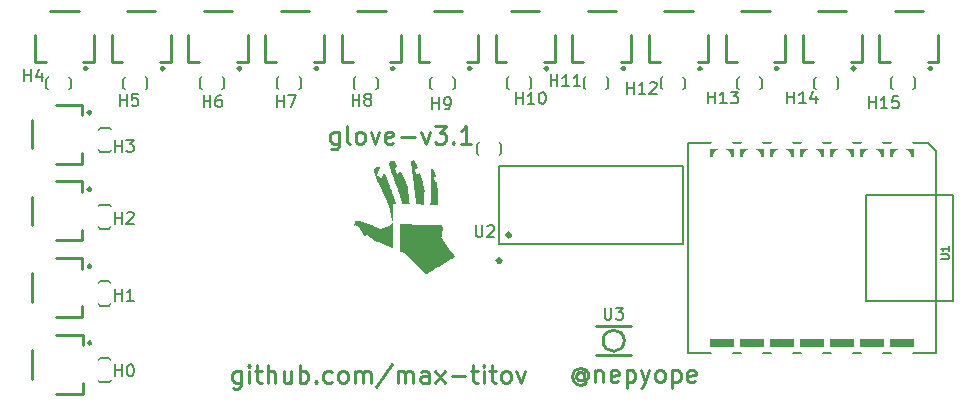
<source format=gbr>
%TF.GenerationSoftware,KiCad,Pcbnew,8.0.1*%
%TF.CreationDate,2025-02-03T01:20:01-05:00*%
%TF.ProjectId,glove-v3.1,676c6f76-652d-4763-932e-312e6b696361,rev?*%
%TF.SameCoordinates,Original*%
%TF.FileFunction,Legend,Top*%
%TF.FilePolarity,Positive*%
%FSLAX46Y46*%
G04 Gerber Fmt 4.6, Leading zero omitted, Abs format (unit mm)*
G04 Created by KiCad (PCBNEW 8.0.1) date 2025-02-03 01:20:01*
%MOMM*%
%LPD*%
G01*
G04 APERTURE LIST*
G04 Aperture macros list*
%AMRoundRect*
0 Rectangle with rounded corners*
0 $1 Rounding radius*
0 $2 $3 $4 $5 $6 $7 $8 $9 X,Y pos of 4 corners*
0 Add a 4 corners polygon primitive as box body*
4,1,4,$2,$3,$4,$5,$6,$7,$8,$9,$2,$3,0*
0 Add four circle primitives for the rounded corners*
1,1,$1+$1,$2,$3*
1,1,$1+$1,$4,$5*
1,1,$1+$1,$6,$7*
1,1,$1+$1,$8,$9*
0 Add four rect primitives between the rounded corners*
20,1,$1+$1,$2,$3,$4,$5,0*
20,1,$1+$1,$4,$5,$6,$7,0*
20,1,$1+$1,$6,$7,$8,$9,0*
20,1,$1+$1,$8,$9,$2,$3,0*%
G04 Aperture macros list end*
%ADD10C,0.250000*%
%ADD11C,0.150000*%
%ADD12C,0.127000*%
%ADD13C,0.300000*%
%ADD14C,0.000000*%
%ADD15RoundRect,1.000000X-0.000010X0.375000X-0.000010X-0.375000X0.000010X-0.375000X0.000010X0.375000X0*%
%ADD16C,1.524000*%
%ADD17R,0.600000X0.600000*%
%ADD18R,0.600000X1.550000*%
%ADD19R,1.500000X2.000000*%
%ADD20C,3.800000*%
%ADD21R,1.550000X0.600000*%
%ADD22R,2.000000X1.500000*%
%ADD23R,1.000000X1.800000*%
%ADD24O,0.570000X2.390000*%
G04 APERTURE END LIST*
D10*
X149150187Y-56489142D02*
X149078758Y-56417714D01*
X149078758Y-56417714D02*
X148935901Y-56346285D01*
X148935901Y-56346285D02*
X148793044Y-56346285D01*
X148793044Y-56346285D02*
X148650187Y-56417714D01*
X148650187Y-56417714D02*
X148578758Y-56489142D01*
X148578758Y-56489142D02*
X148507330Y-56632000D01*
X148507330Y-56632000D02*
X148507330Y-56774857D01*
X148507330Y-56774857D02*
X148578758Y-56917714D01*
X148578758Y-56917714D02*
X148650187Y-56989142D01*
X148650187Y-56989142D02*
X148793044Y-57060571D01*
X148793044Y-57060571D02*
X148935901Y-57060571D01*
X148935901Y-57060571D02*
X149078758Y-56989142D01*
X149078758Y-56989142D02*
X149150187Y-56917714D01*
X149150187Y-56346285D02*
X149150187Y-56917714D01*
X149150187Y-56917714D02*
X149221615Y-56989142D01*
X149221615Y-56989142D02*
X149293044Y-56989142D01*
X149293044Y-56989142D02*
X149435901Y-56917714D01*
X149435901Y-56917714D02*
X149507330Y-56774857D01*
X149507330Y-56774857D02*
X149507330Y-56417714D01*
X149507330Y-56417714D02*
X149364473Y-56203428D01*
X149364473Y-56203428D02*
X149150187Y-56060571D01*
X149150187Y-56060571D02*
X148864473Y-55989142D01*
X148864473Y-55989142D02*
X148578758Y-56060571D01*
X148578758Y-56060571D02*
X148364473Y-56203428D01*
X148364473Y-56203428D02*
X148221615Y-56417714D01*
X148221615Y-56417714D02*
X148150187Y-56703428D01*
X148150187Y-56703428D02*
X148221615Y-56989142D01*
X148221615Y-56989142D02*
X148364473Y-57203428D01*
X148364473Y-57203428D02*
X148578758Y-57346285D01*
X148578758Y-57346285D02*
X148864473Y-57417714D01*
X148864473Y-57417714D02*
X149150187Y-57346285D01*
X149150187Y-57346285D02*
X149364473Y-57203428D01*
X150150186Y-56203428D02*
X150150186Y-57203428D01*
X150150186Y-56346285D02*
X150221615Y-56274857D01*
X150221615Y-56274857D02*
X150364472Y-56203428D01*
X150364472Y-56203428D02*
X150578758Y-56203428D01*
X150578758Y-56203428D02*
X150721615Y-56274857D01*
X150721615Y-56274857D02*
X150793044Y-56417714D01*
X150793044Y-56417714D02*
X150793044Y-57203428D01*
X152078758Y-57132000D02*
X151935901Y-57203428D01*
X151935901Y-57203428D02*
X151650187Y-57203428D01*
X151650187Y-57203428D02*
X151507329Y-57132000D01*
X151507329Y-57132000D02*
X151435901Y-56989142D01*
X151435901Y-56989142D02*
X151435901Y-56417714D01*
X151435901Y-56417714D02*
X151507329Y-56274857D01*
X151507329Y-56274857D02*
X151650187Y-56203428D01*
X151650187Y-56203428D02*
X151935901Y-56203428D01*
X151935901Y-56203428D02*
X152078758Y-56274857D01*
X152078758Y-56274857D02*
X152150187Y-56417714D01*
X152150187Y-56417714D02*
X152150187Y-56560571D01*
X152150187Y-56560571D02*
X151435901Y-56703428D01*
X152793043Y-56203428D02*
X152793043Y-57703428D01*
X152793043Y-56274857D02*
X152935901Y-56203428D01*
X152935901Y-56203428D02*
X153221615Y-56203428D01*
X153221615Y-56203428D02*
X153364472Y-56274857D01*
X153364472Y-56274857D02*
X153435901Y-56346285D01*
X153435901Y-56346285D02*
X153507329Y-56489142D01*
X153507329Y-56489142D02*
X153507329Y-56917714D01*
X153507329Y-56917714D02*
X153435901Y-57060571D01*
X153435901Y-57060571D02*
X153364472Y-57132000D01*
X153364472Y-57132000D02*
X153221615Y-57203428D01*
X153221615Y-57203428D02*
X152935901Y-57203428D01*
X152935901Y-57203428D02*
X152793043Y-57132000D01*
X154007329Y-56203428D02*
X154364472Y-57203428D01*
X154721615Y-56203428D02*
X154364472Y-57203428D01*
X154364472Y-57203428D02*
X154221615Y-57560571D01*
X154221615Y-57560571D02*
X154150186Y-57632000D01*
X154150186Y-57632000D02*
X154007329Y-57703428D01*
X155507329Y-57203428D02*
X155364472Y-57132000D01*
X155364472Y-57132000D02*
X155293043Y-57060571D01*
X155293043Y-57060571D02*
X155221615Y-56917714D01*
X155221615Y-56917714D02*
X155221615Y-56489142D01*
X155221615Y-56489142D02*
X155293043Y-56346285D01*
X155293043Y-56346285D02*
X155364472Y-56274857D01*
X155364472Y-56274857D02*
X155507329Y-56203428D01*
X155507329Y-56203428D02*
X155721615Y-56203428D01*
X155721615Y-56203428D02*
X155864472Y-56274857D01*
X155864472Y-56274857D02*
X155935901Y-56346285D01*
X155935901Y-56346285D02*
X156007329Y-56489142D01*
X156007329Y-56489142D02*
X156007329Y-56917714D01*
X156007329Y-56917714D02*
X155935901Y-57060571D01*
X155935901Y-57060571D02*
X155864472Y-57132000D01*
X155864472Y-57132000D02*
X155721615Y-57203428D01*
X155721615Y-57203428D02*
X155507329Y-57203428D01*
X156650186Y-56203428D02*
X156650186Y-57703428D01*
X156650186Y-56274857D02*
X156793044Y-56203428D01*
X156793044Y-56203428D02*
X157078758Y-56203428D01*
X157078758Y-56203428D02*
X157221615Y-56274857D01*
X157221615Y-56274857D02*
X157293044Y-56346285D01*
X157293044Y-56346285D02*
X157364472Y-56489142D01*
X157364472Y-56489142D02*
X157364472Y-56917714D01*
X157364472Y-56917714D02*
X157293044Y-57060571D01*
X157293044Y-57060571D02*
X157221615Y-57132000D01*
X157221615Y-57132000D02*
X157078758Y-57203428D01*
X157078758Y-57203428D02*
X156793044Y-57203428D01*
X156793044Y-57203428D02*
X156650186Y-57132000D01*
X158578758Y-57132000D02*
X158435901Y-57203428D01*
X158435901Y-57203428D02*
X158150187Y-57203428D01*
X158150187Y-57203428D02*
X158007329Y-57132000D01*
X158007329Y-57132000D02*
X157935901Y-56989142D01*
X157935901Y-56989142D02*
X157935901Y-56417714D01*
X157935901Y-56417714D02*
X158007329Y-56274857D01*
X158007329Y-56274857D02*
X158150187Y-56203428D01*
X158150187Y-56203428D02*
X158435901Y-56203428D01*
X158435901Y-56203428D02*
X158578758Y-56274857D01*
X158578758Y-56274857D02*
X158650187Y-56417714D01*
X158650187Y-56417714D02*
X158650187Y-56560571D01*
X158650187Y-56560571D02*
X157935901Y-56703428D01*
X120114473Y-56253428D02*
X120114473Y-57467714D01*
X120114473Y-57467714D02*
X120043044Y-57610571D01*
X120043044Y-57610571D02*
X119971615Y-57682000D01*
X119971615Y-57682000D02*
X119828758Y-57753428D01*
X119828758Y-57753428D02*
X119614473Y-57753428D01*
X119614473Y-57753428D02*
X119471615Y-57682000D01*
X120114473Y-57182000D02*
X119971615Y-57253428D01*
X119971615Y-57253428D02*
X119685901Y-57253428D01*
X119685901Y-57253428D02*
X119543044Y-57182000D01*
X119543044Y-57182000D02*
X119471615Y-57110571D01*
X119471615Y-57110571D02*
X119400187Y-56967714D01*
X119400187Y-56967714D02*
X119400187Y-56539142D01*
X119400187Y-56539142D02*
X119471615Y-56396285D01*
X119471615Y-56396285D02*
X119543044Y-56324857D01*
X119543044Y-56324857D02*
X119685901Y-56253428D01*
X119685901Y-56253428D02*
X119971615Y-56253428D01*
X119971615Y-56253428D02*
X120114473Y-56324857D01*
X120828758Y-57253428D02*
X120828758Y-56253428D01*
X120828758Y-55753428D02*
X120757330Y-55824857D01*
X120757330Y-55824857D02*
X120828758Y-55896285D01*
X120828758Y-55896285D02*
X120900187Y-55824857D01*
X120900187Y-55824857D02*
X120828758Y-55753428D01*
X120828758Y-55753428D02*
X120828758Y-55896285D01*
X121328759Y-56253428D02*
X121900187Y-56253428D01*
X121543044Y-55753428D02*
X121543044Y-57039142D01*
X121543044Y-57039142D02*
X121614473Y-57182000D01*
X121614473Y-57182000D02*
X121757330Y-57253428D01*
X121757330Y-57253428D02*
X121900187Y-57253428D01*
X122400187Y-57253428D02*
X122400187Y-55753428D01*
X123043045Y-57253428D02*
X123043045Y-56467714D01*
X123043045Y-56467714D02*
X122971616Y-56324857D01*
X122971616Y-56324857D02*
X122828759Y-56253428D01*
X122828759Y-56253428D02*
X122614473Y-56253428D01*
X122614473Y-56253428D02*
X122471616Y-56324857D01*
X122471616Y-56324857D02*
X122400187Y-56396285D01*
X124400188Y-56253428D02*
X124400188Y-57253428D01*
X123757330Y-56253428D02*
X123757330Y-57039142D01*
X123757330Y-57039142D02*
X123828759Y-57182000D01*
X123828759Y-57182000D02*
X123971616Y-57253428D01*
X123971616Y-57253428D02*
X124185902Y-57253428D01*
X124185902Y-57253428D02*
X124328759Y-57182000D01*
X124328759Y-57182000D02*
X124400188Y-57110571D01*
X125114473Y-57253428D02*
X125114473Y-55753428D01*
X125114473Y-56324857D02*
X125257331Y-56253428D01*
X125257331Y-56253428D02*
X125543045Y-56253428D01*
X125543045Y-56253428D02*
X125685902Y-56324857D01*
X125685902Y-56324857D02*
X125757331Y-56396285D01*
X125757331Y-56396285D02*
X125828759Y-56539142D01*
X125828759Y-56539142D02*
X125828759Y-56967714D01*
X125828759Y-56967714D02*
X125757331Y-57110571D01*
X125757331Y-57110571D02*
X125685902Y-57182000D01*
X125685902Y-57182000D02*
X125543045Y-57253428D01*
X125543045Y-57253428D02*
X125257331Y-57253428D01*
X125257331Y-57253428D02*
X125114473Y-57182000D01*
X126471616Y-57110571D02*
X126543045Y-57182000D01*
X126543045Y-57182000D02*
X126471616Y-57253428D01*
X126471616Y-57253428D02*
X126400188Y-57182000D01*
X126400188Y-57182000D02*
X126471616Y-57110571D01*
X126471616Y-57110571D02*
X126471616Y-57253428D01*
X127828760Y-57182000D02*
X127685902Y-57253428D01*
X127685902Y-57253428D02*
X127400188Y-57253428D01*
X127400188Y-57253428D02*
X127257331Y-57182000D01*
X127257331Y-57182000D02*
X127185902Y-57110571D01*
X127185902Y-57110571D02*
X127114474Y-56967714D01*
X127114474Y-56967714D02*
X127114474Y-56539142D01*
X127114474Y-56539142D02*
X127185902Y-56396285D01*
X127185902Y-56396285D02*
X127257331Y-56324857D01*
X127257331Y-56324857D02*
X127400188Y-56253428D01*
X127400188Y-56253428D02*
X127685902Y-56253428D01*
X127685902Y-56253428D02*
X127828760Y-56324857D01*
X128685902Y-57253428D02*
X128543045Y-57182000D01*
X128543045Y-57182000D02*
X128471616Y-57110571D01*
X128471616Y-57110571D02*
X128400188Y-56967714D01*
X128400188Y-56967714D02*
X128400188Y-56539142D01*
X128400188Y-56539142D02*
X128471616Y-56396285D01*
X128471616Y-56396285D02*
X128543045Y-56324857D01*
X128543045Y-56324857D02*
X128685902Y-56253428D01*
X128685902Y-56253428D02*
X128900188Y-56253428D01*
X128900188Y-56253428D02*
X129043045Y-56324857D01*
X129043045Y-56324857D02*
X129114474Y-56396285D01*
X129114474Y-56396285D02*
X129185902Y-56539142D01*
X129185902Y-56539142D02*
X129185902Y-56967714D01*
X129185902Y-56967714D02*
X129114474Y-57110571D01*
X129114474Y-57110571D02*
X129043045Y-57182000D01*
X129043045Y-57182000D02*
X128900188Y-57253428D01*
X128900188Y-57253428D02*
X128685902Y-57253428D01*
X129828759Y-57253428D02*
X129828759Y-56253428D01*
X129828759Y-56396285D02*
X129900188Y-56324857D01*
X129900188Y-56324857D02*
X130043045Y-56253428D01*
X130043045Y-56253428D02*
X130257331Y-56253428D01*
X130257331Y-56253428D02*
X130400188Y-56324857D01*
X130400188Y-56324857D02*
X130471617Y-56467714D01*
X130471617Y-56467714D02*
X130471617Y-57253428D01*
X130471617Y-56467714D02*
X130543045Y-56324857D01*
X130543045Y-56324857D02*
X130685902Y-56253428D01*
X130685902Y-56253428D02*
X130900188Y-56253428D01*
X130900188Y-56253428D02*
X131043045Y-56324857D01*
X131043045Y-56324857D02*
X131114474Y-56467714D01*
X131114474Y-56467714D02*
X131114474Y-57253428D01*
X132900188Y-55682000D02*
X131614474Y-57610571D01*
X133400188Y-57253428D02*
X133400188Y-56253428D01*
X133400188Y-56396285D02*
X133471617Y-56324857D01*
X133471617Y-56324857D02*
X133614474Y-56253428D01*
X133614474Y-56253428D02*
X133828760Y-56253428D01*
X133828760Y-56253428D02*
X133971617Y-56324857D01*
X133971617Y-56324857D02*
X134043046Y-56467714D01*
X134043046Y-56467714D02*
X134043046Y-57253428D01*
X134043046Y-56467714D02*
X134114474Y-56324857D01*
X134114474Y-56324857D02*
X134257331Y-56253428D01*
X134257331Y-56253428D02*
X134471617Y-56253428D01*
X134471617Y-56253428D02*
X134614474Y-56324857D01*
X134614474Y-56324857D02*
X134685903Y-56467714D01*
X134685903Y-56467714D02*
X134685903Y-57253428D01*
X136043046Y-57253428D02*
X136043046Y-56467714D01*
X136043046Y-56467714D02*
X135971617Y-56324857D01*
X135971617Y-56324857D02*
X135828760Y-56253428D01*
X135828760Y-56253428D02*
X135543046Y-56253428D01*
X135543046Y-56253428D02*
X135400188Y-56324857D01*
X136043046Y-57182000D02*
X135900188Y-57253428D01*
X135900188Y-57253428D02*
X135543046Y-57253428D01*
X135543046Y-57253428D02*
X135400188Y-57182000D01*
X135400188Y-57182000D02*
X135328760Y-57039142D01*
X135328760Y-57039142D02*
X135328760Y-56896285D01*
X135328760Y-56896285D02*
X135400188Y-56753428D01*
X135400188Y-56753428D02*
X135543046Y-56682000D01*
X135543046Y-56682000D02*
X135900188Y-56682000D01*
X135900188Y-56682000D02*
X136043046Y-56610571D01*
X136614474Y-57253428D02*
X137400189Y-56253428D01*
X136614474Y-56253428D02*
X137400189Y-57253428D01*
X137971617Y-56682000D02*
X139114475Y-56682000D01*
X139614475Y-56253428D02*
X140185903Y-56253428D01*
X139828760Y-55753428D02*
X139828760Y-57039142D01*
X139828760Y-57039142D02*
X139900189Y-57182000D01*
X139900189Y-57182000D02*
X140043046Y-57253428D01*
X140043046Y-57253428D02*
X140185903Y-57253428D01*
X140685903Y-57253428D02*
X140685903Y-56253428D01*
X140685903Y-55753428D02*
X140614475Y-55824857D01*
X140614475Y-55824857D02*
X140685903Y-55896285D01*
X140685903Y-55896285D02*
X140757332Y-55824857D01*
X140757332Y-55824857D02*
X140685903Y-55753428D01*
X140685903Y-55753428D02*
X140685903Y-55896285D01*
X141185904Y-56253428D02*
X141757332Y-56253428D01*
X141400189Y-55753428D02*
X141400189Y-57039142D01*
X141400189Y-57039142D02*
X141471618Y-57182000D01*
X141471618Y-57182000D02*
X141614475Y-57253428D01*
X141614475Y-57253428D02*
X141757332Y-57253428D01*
X142471618Y-57253428D02*
X142328761Y-57182000D01*
X142328761Y-57182000D02*
X142257332Y-57110571D01*
X142257332Y-57110571D02*
X142185904Y-56967714D01*
X142185904Y-56967714D02*
X142185904Y-56539142D01*
X142185904Y-56539142D02*
X142257332Y-56396285D01*
X142257332Y-56396285D02*
X142328761Y-56324857D01*
X142328761Y-56324857D02*
X142471618Y-56253428D01*
X142471618Y-56253428D02*
X142685904Y-56253428D01*
X142685904Y-56253428D02*
X142828761Y-56324857D01*
X142828761Y-56324857D02*
X142900190Y-56396285D01*
X142900190Y-56396285D02*
X142971618Y-56539142D01*
X142971618Y-56539142D02*
X142971618Y-56967714D01*
X142971618Y-56967714D02*
X142900190Y-57110571D01*
X142900190Y-57110571D02*
X142828761Y-57182000D01*
X142828761Y-57182000D02*
X142685904Y-57253428D01*
X142685904Y-57253428D02*
X142471618Y-57253428D01*
X143471618Y-56253428D02*
X143828761Y-57253428D01*
X143828761Y-57253428D02*
X144185904Y-56253428D01*
X128414473Y-36003428D02*
X128414473Y-37217714D01*
X128414473Y-37217714D02*
X128343044Y-37360571D01*
X128343044Y-37360571D02*
X128271615Y-37432000D01*
X128271615Y-37432000D02*
X128128758Y-37503428D01*
X128128758Y-37503428D02*
X127914473Y-37503428D01*
X127914473Y-37503428D02*
X127771615Y-37432000D01*
X128414473Y-36932000D02*
X128271615Y-37003428D01*
X128271615Y-37003428D02*
X127985901Y-37003428D01*
X127985901Y-37003428D02*
X127843044Y-36932000D01*
X127843044Y-36932000D02*
X127771615Y-36860571D01*
X127771615Y-36860571D02*
X127700187Y-36717714D01*
X127700187Y-36717714D02*
X127700187Y-36289142D01*
X127700187Y-36289142D02*
X127771615Y-36146285D01*
X127771615Y-36146285D02*
X127843044Y-36074857D01*
X127843044Y-36074857D02*
X127985901Y-36003428D01*
X127985901Y-36003428D02*
X128271615Y-36003428D01*
X128271615Y-36003428D02*
X128414473Y-36074857D01*
X129343044Y-37003428D02*
X129200187Y-36932000D01*
X129200187Y-36932000D02*
X129128758Y-36789142D01*
X129128758Y-36789142D02*
X129128758Y-35503428D01*
X130128758Y-37003428D02*
X129985901Y-36932000D01*
X129985901Y-36932000D02*
X129914472Y-36860571D01*
X129914472Y-36860571D02*
X129843044Y-36717714D01*
X129843044Y-36717714D02*
X129843044Y-36289142D01*
X129843044Y-36289142D02*
X129914472Y-36146285D01*
X129914472Y-36146285D02*
X129985901Y-36074857D01*
X129985901Y-36074857D02*
X130128758Y-36003428D01*
X130128758Y-36003428D02*
X130343044Y-36003428D01*
X130343044Y-36003428D02*
X130485901Y-36074857D01*
X130485901Y-36074857D02*
X130557330Y-36146285D01*
X130557330Y-36146285D02*
X130628758Y-36289142D01*
X130628758Y-36289142D02*
X130628758Y-36717714D01*
X130628758Y-36717714D02*
X130557330Y-36860571D01*
X130557330Y-36860571D02*
X130485901Y-36932000D01*
X130485901Y-36932000D02*
X130343044Y-37003428D01*
X130343044Y-37003428D02*
X130128758Y-37003428D01*
X131128758Y-36003428D02*
X131485901Y-37003428D01*
X131485901Y-37003428D02*
X131843044Y-36003428D01*
X132985901Y-36932000D02*
X132843044Y-37003428D01*
X132843044Y-37003428D02*
X132557330Y-37003428D01*
X132557330Y-37003428D02*
X132414472Y-36932000D01*
X132414472Y-36932000D02*
X132343044Y-36789142D01*
X132343044Y-36789142D02*
X132343044Y-36217714D01*
X132343044Y-36217714D02*
X132414472Y-36074857D01*
X132414472Y-36074857D02*
X132557330Y-36003428D01*
X132557330Y-36003428D02*
X132843044Y-36003428D01*
X132843044Y-36003428D02*
X132985901Y-36074857D01*
X132985901Y-36074857D02*
X133057330Y-36217714D01*
X133057330Y-36217714D02*
X133057330Y-36360571D01*
X133057330Y-36360571D02*
X132343044Y-36503428D01*
X133700186Y-36432000D02*
X134843044Y-36432000D01*
X135414472Y-36003428D02*
X135771615Y-37003428D01*
X135771615Y-37003428D02*
X136128758Y-36003428D01*
X136557329Y-35503428D02*
X137485901Y-35503428D01*
X137485901Y-35503428D02*
X136985901Y-36074857D01*
X136985901Y-36074857D02*
X137200186Y-36074857D01*
X137200186Y-36074857D02*
X137343044Y-36146285D01*
X137343044Y-36146285D02*
X137414472Y-36217714D01*
X137414472Y-36217714D02*
X137485901Y-36360571D01*
X137485901Y-36360571D02*
X137485901Y-36717714D01*
X137485901Y-36717714D02*
X137414472Y-36860571D01*
X137414472Y-36860571D02*
X137343044Y-36932000D01*
X137343044Y-36932000D02*
X137200186Y-37003428D01*
X137200186Y-37003428D02*
X136771615Y-37003428D01*
X136771615Y-37003428D02*
X136628758Y-36932000D01*
X136628758Y-36932000D02*
X136557329Y-36860571D01*
X138128757Y-36860571D02*
X138200186Y-36932000D01*
X138200186Y-36932000D02*
X138128757Y-37003428D01*
X138128757Y-37003428D02*
X138057329Y-36932000D01*
X138057329Y-36932000D02*
X138128757Y-36860571D01*
X138128757Y-36860571D02*
X138128757Y-37003428D01*
X139628758Y-37003428D02*
X138771615Y-37003428D01*
X139200186Y-37003428D02*
X139200186Y-35503428D01*
X139200186Y-35503428D02*
X139057329Y-35717714D01*
X139057329Y-35717714D02*
X138914472Y-35860571D01*
X138914472Y-35860571D02*
X138771615Y-35932000D01*
D11*
X179410933Y-46798633D02*
X179977600Y-46798633D01*
X179977600Y-46798633D02*
X180044266Y-46765300D01*
X180044266Y-46765300D02*
X180077600Y-46731966D01*
X180077600Y-46731966D02*
X180110933Y-46665300D01*
X180110933Y-46665300D02*
X180110933Y-46531966D01*
X180110933Y-46531966D02*
X180077600Y-46465300D01*
X180077600Y-46465300D02*
X180044266Y-46431966D01*
X180044266Y-46431966D02*
X179977600Y-46398633D01*
X179977600Y-46398633D02*
X179410933Y-46398633D01*
X180110933Y-45698633D02*
X180110933Y-46098633D01*
X180110933Y-45898633D02*
X179410933Y-45898633D01*
X179410933Y-45898633D02*
X179510933Y-45965300D01*
X179510933Y-45965300D02*
X179577600Y-46031967D01*
X179577600Y-46031967D02*
X179610933Y-46098633D01*
X159711905Y-33604819D02*
X159711905Y-32604819D01*
X159711905Y-33081009D02*
X160283333Y-33081009D01*
X160283333Y-33604819D02*
X160283333Y-32604819D01*
X161283333Y-33604819D02*
X160711905Y-33604819D01*
X160997619Y-33604819D02*
X160997619Y-32604819D01*
X160997619Y-32604819D02*
X160902381Y-32747676D01*
X160902381Y-32747676D02*
X160807143Y-32842914D01*
X160807143Y-32842914D02*
X160711905Y-32890533D01*
X161616667Y-32604819D02*
X162235714Y-32604819D01*
X162235714Y-32604819D02*
X161902381Y-32985771D01*
X161902381Y-32985771D02*
X162045238Y-32985771D01*
X162045238Y-32985771D02*
X162140476Y-33033390D01*
X162140476Y-33033390D02*
X162188095Y-33081009D01*
X162188095Y-33081009D02*
X162235714Y-33176247D01*
X162235714Y-33176247D02*
X162235714Y-33414342D01*
X162235714Y-33414342D02*
X162188095Y-33509580D01*
X162188095Y-33509580D02*
X162140476Y-33557200D01*
X162140476Y-33557200D02*
X162045238Y-33604819D01*
X162045238Y-33604819D02*
X161759524Y-33604819D01*
X161759524Y-33604819D02*
X161664286Y-33557200D01*
X161664286Y-33557200D02*
X161616667Y-33509580D01*
X136338095Y-34104819D02*
X136338095Y-33104819D01*
X136338095Y-33581009D02*
X136909523Y-33581009D01*
X136909523Y-34104819D02*
X136909523Y-33104819D01*
X137433333Y-34104819D02*
X137623809Y-34104819D01*
X137623809Y-34104819D02*
X137719047Y-34057200D01*
X137719047Y-34057200D02*
X137766666Y-34009580D01*
X137766666Y-34009580D02*
X137861904Y-33866723D01*
X137861904Y-33866723D02*
X137909523Y-33676247D01*
X137909523Y-33676247D02*
X137909523Y-33295295D01*
X137909523Y-33295295D02*
X137861904Y-33200057D01*
X137861904Y-33200057D02*
X137814285Y-33152438D01*
X137814285Y-33152438D02*
X137719047Y-33104819D01*
X137719047Y-33104819D02*
X137528571Y-33104819D01*
X137528571Y-33104819D02*
X137433333Y-33152438D01*
X137433333Y-33152438D02*
X137385714Y-33200057D01*
X137385714Y-33200057D02*
X137338095Y-33295295D01*
X137338095Y-33295295D02*
X137338095Y-33533390D01*
X137338095Y-33533390D02*
X137385714Y-33628628D01*
X137385714Y-33628628D02*
X137433333Y-33676247D01*
X137433333Y-33676247D02*
X137528571Y-33723866D01*
X137528571Y-33723866D02*
X137719047Y-33723866D01*
X137719047Y-33723866D02*
X137814285Y-33676247D01*
X137814285Y-33676247D02*
X137861904Y-33628628D01*
X137861904Y-33628628D02*
X137909523Y-33533390D01*
X166411905Y-33604819D02*
X166411905Y-32604819D01*
X166411905Y-33081009D02*
X166983333Y-33081009D01*
X166983333Y-33604819D02*
X166983333Y-32604819D01*
X167983333Y-33604819D02*
X167411905Y-33604819D01*
X167697619Y-33604819D02*
X167697619Y-32604819D01*
X167697619Y-32604819D02*
X167602381Y-32747676D01*
X167602381Y-32747676D02*
X167507143Y-32842914D01*
X167507143Y-32842914D02*
X167411905Y-32890533D01*
X168840476Y-32938152D02*
X168840476Y-33604819D01*
X168602381Y-32557200D02*
X168364286Y-33271485D01*
X168364286Y-33271485D02*
X168983333Y-33271485D01*
X109488095Y-43804819D02*
X109488095Y-42804819D01*
X109488095Y-43281009D02*
X110059523Y-43281009D01*
X110059523Y-43804819D02*
X110059523Y-42804819D01*
X110488095Y-42900057D02*
X110535714Y-42852438D01*
X110535714Y-42852438D02*
X110630952Y-42804819D01*
X110630952Y-42804819D02*
X110869047Y-42804819D01*
X110869047Y-42804819D02*
X110964285Y-42852438D01*
X110964285Y-42852438D02*
X111011904Y-42900057D01*
X111011904Y-42900057D02*
X111059523Y-42995295D01*
X111059523Y-42995295D02*
X111059523Y-43090533D01*
X111059523Y-43090533D02*
X111011904Y-43233390D01*
X111011904Y-43233390D02*
X110440476Y-43804819D01*
X110440476Y-43804819D02*
X111059523Y-43804819D01*
X109488095Y-37704819D02*
X109488095Y-36704819D01*
X109488095Y-37181009D02*
X110059523Y-37181009D01*
X110059523Y-37704819D02*
X110059523Y-36704819D01*
X110440476Y-36704819D02*
X111059523Y-36704819D01*
X111059523Y-36704819D02*
X110726190Y-37085771D01*
X110726190Y-37085771D02*
X110869047Y-37085771D01*
X110869047Y-37085771D02*
X110964285Y-37133390D01*
X110964285Y-37133390D02*
X111011904Y-37181009D01*
X111011904Y-37181009D02*
X111059523Y-37276247D01*
X111059523Y-37276247D02*
X111059523Y-37514342D01*
X111059523Y-37514342D02*
X111011904Y-37609580D01*
X111011904Y-37609580D02*
X110964285Y-37657200D01*
X110964285Y-37657200D02*
X110869047Y-37704819D01*
X110869047Y-37704819D02*
X110583333Y-37704819D01*
X110583333Y-37704819D02*
X110488095Y-37657200D01*
X110488095Y-37657200D02*
X110440476Y-37609580D01*
X150938095Y-50904819D02*
X150938095Y-51714342D01*
X150938095Y-51714342D02*
X150985714Y-51809580D01*
X150985714Y-51809580D02*
X151033333Y-51857200D01*
X151033333Y-51857200D02*
X151128571Y-51904819D01*
X151128571Y-51904819D02*
X151319047Y-51904819D01*
X151319047Y-51904819D02*
X151414285Y-51857200D01*
X151414285Y-51857200D02*
X151461904Y-51809580D01*
X151461904Y-51809580D02*
X151509523Y-51714342D01*
X151509523Y-51714342D02*
X151509523Y-50904819D01*
X151890476Y-50904819D02*
X152509523Y-50904819D01*
X152509523Y-50904819D02*
X152176190Y-51285771D01*
X152176190Y-51285771D02*
X152319047Y-51285771D01*
X152319047Y-51285771D02*
X152414285Y-51333390D01*
X152414285Y-51333390D02*
X152461904Y-51381009D01*
X152461904Y-51381009D02*
X152509523Y-51476247D01*
X152509523Y-51476247D02*
X152509523Y-51714342D01*
X152509523Y-51714342D02*
X152461904Y-51809580D01*
X152461904Y-51809580D02*
X152414285Y-51857200D01*
X152414285Y-51857200D02*
X152319047Y-51904819D01*
X152319047Y-51904819D02*
X152033333Y-51904819D01*
X152033333Y-51904819D02*
X151938095Y-51857200D01*
X151938095Y-51857200D02*
X151890476Y-51809580D01*
X143411905Y-33654819D02*
X143411905Y-32654819D01*
X143411905Y-33131009D02*
X143983333Y-33131009D01*
X143983333Y-33654819D02*
X143983333Y-32654819D01*
X144983333Y-33654819D02*
X144411905Y-33654819D01*
X144697619Y-33654819D02*
X144697619Y-32654819D01*
X144697619Y-32654819D02*
X144602381Y-32797676D01*
X144602381Y-32797676D02*
X144507143Y-32892914D01*
X144507143Y-32892914D02*
X144411905Y-32940533D01*
X145602381Y-32654819D02*
X145697619Y-32654819D01*
X145697619Y-32654819D02*
X145792857Y-32702438D01*
X145792857Y-32702438D02*
X145840476Y-32750057D01*
X145840476Y-32750057D02*
X145888095Y-32845295D01*
X145888095Y-32845295D02*
X145935714Y-33035771D01*
X145935714Y-33035771D02*
X145935714Y-33273866D01*
X145935714Y-33273866D02*
X145888095Y-33464342D01*
X145888095Y-33464342D02*
X145840476Y-33559580D01*
X145840476Y-33559580D02*
X145792857Y-33607200D01*
X145792857Y-33607200D02*
X145697619Y-33654819D01*
X145697619Y-33654819D02*
X145602381Y-33654819D01*
X145602381Y-33654819D02*
X145507143Y-33607200D01*
X145507143Y-33607200D02*
X145459524Y-33559580D01*
X145459524Y-33559580D02*
X145411905Y-33464342D01*
X145411905Y-33464342D02*
X145364286Y-33273866D01*
X145364286Y-33273866D02*
X145364286Y-33035771D01*
X145364286Y-33035771D02*
X145411905Y-32845295D01*
X145411905Y-32845295D02*
X145459524Y-32750057D01*
X145459524Y-32750057D02*
X145507143Y-32702438D01*
X145507143Y-32702438D02*
X145602381Y-32654819D01*
X152811905Y-32804819D02*
X152811905Y-31804819D01*
X152811905Y-32281009D02*
X153383333Y-32281009D01*
X153383333Y-32804819D02*
X153383333Y-31804819D01*
X154383333Y-32804819D02*
X153811905Y-32804819D01*
X154097619Y-32804819D02*
X154097619Y-31804819D01*
X154097619Y-31804819D02*
X154002381Y-31947676D01*
X154002381Y-31947676D02*
X153907143Y-32042914D01*
X153907143Y-32042914D02*
X153811905Y-32090533D01*
X154764286Y-31900057D02*
X154811905Y-31852438D01*
X154811905Y-31852438D02*
X154907143Y-31804819D01*
X154907143Y-31804819D02*
X155145238Y-31804819D01*
X155145238Y-31804819D02*
X155240476Y-31852438D01*
X155240476Y-31852438D02*
X155288095Y-31900057D01*
X155288095Y-31900057D02*
X155335714Y-31995295D01*
X155335714Y-31995295D02*
X155335714Y-32090533D01*
X155335714Y-32090533D02*
X155288095Y-32233390D01*
X155288095Y-32233390D02*
X154716667Y-32804819D01*
X154716667Y-32804819D02*
X155335714Y-32804819D01*
X109488095Y-50304819D02*
X109488095Y-49304819D01*
X109488095Y-49781009D02*
X110059523Y-49781009D01*
X110059523Y-50304819D02*
X110059523Y-49304819D01*
X111059523Y-50304819D02*
X110488095Y-50304819D01*
X110773809Y-50304819D02*
X110773809Y-49304819D01*
X110773809Y-49304819D02*
X110678571Y-49447676D01*
X110678571Y-49447676D02*
X110583333Y-49542914D01*
X110583333Y-49542914D02*
X110488095Y-49590533D01*
X146361905Y-32154819D02*
X146361905Y-31154819D01*
X146361905Y-31631009D02*
X146933333Y-31631009D01*
X146933333Y-32154819D02*
X146933333Y-31154819D01*
X147933333Y-32154819D02*
X147361905Y-32154819D01*
X147647619Y-32154819D02*
X147647619Y-31154819D01*
X147647619Y-31154819D02*
X147552381Y-31297676D01*
X147552381Y-31297676D02*
X147457143Y-31392914D01*
X147457143Y-31392914D02*
X147361905Y-31440533D01*
X148885714Y-32154819D02*
X148314286Y-32154819D01*
X148600000Y-32154819D02*
X148600000Y-31154819D01*
X148600000Y-31154819D02*
X148504762Y-31297676D01*
X148504762Y-31297676D02*
X148409524Y-31392914D01*
X148409524Y-31392914D02*
X148314286Y-31440533D01*
X140008095Y-43904819D02*
X140008095Y-44714342D01*
X140008095Y-44714342D02*
X140055714Y-44809580D01*
X140055714Y-44809580D02*
X140103333Y-44857200D01*
X140103333Y-44857200D02*
X140198571Y-44904819D01*
X140198571Y-44904819D02*
X140389047Y-44904819D01*
X140389047Y-44904819D02*
X140484285Y-44857200D01*
X140484285Y-44857200D02*
X140531904Y-44809580D01*
X140531904Y-44809580D02*
X140579523Y-44714342D01*
X140579523Y-44714342D02*
X140579523Y-43904819D01*
X141008095Y-44000057D02*
X141055714Y-43952438D01*
X141055714Y-43952438D02*
X141150952Y-43904819D01*
X141150952Y-43904819D02*
X141389047Y-43904819D01*
X141389047Y-43904819D02*
X141484285Y-43952438D01*
X141484285Y-43952438D02*
X141531904Y-44000057D01*
X141531904Y-44000057D02*
X141579523Y-44095295D01*
X141579523Y-44095295D02*
X141579523Y-44190533D01*
X141579523Y-44190533D02*
X141531904Y-44333390D01*
X141531904Y-44333390D02*
X140960476Y-44904819D01*
X140960476Y-44904819D02*
X141579523Y-44904819D01*
X116988095Y-33904819D02*
X116988095Y-32904819D01*
X116988095Y-33381009D02*
X117559523Y-33381009D01*
X117559523Y-33904819D02*
X117559523Y-32904819D01*
X118464285Y-32904819D02*
X118273809Y-32904819D01*
X118273809Y-32904819D02*
X118178571Y-32952438D01*
X118178571Y-32952438D02*
X118130952Y-33000057D01*
X118130952Y-33000057D02*
X118035714Y-33142914D01*
X118035714Y-33142914D02*
X117988095Y-33333390D01*
X117988095Y-33333390D02*
X117988095Y-33714342D01*
X117988095Y-33714342D02*
X118035714Y-33809580D01*
X118035714Y-33809580D02*
X118083333Y-33857200D01*
X118083333Y-33857200D02*
X118178571Y-33904819D01*
X118178571Y-33904819D02*
X118369047Y-33904819D01*
X118369047Y-33904819D02*
X118464285Y-33857200D01*
X118464285Y-33857200D02*
X118511904Y-33809580D01*
X118511904Y-33809580D02*
X118559523Y-33714342D01*
X118559523Y-33714342D02*
X118559523Y-33476247D01*
X118559523Y-33476247D02*
X118511904Y-33381009D01*
X118511904Y-33381009D02*
X118464285Y-33333390D01*
X118464285Y-33333390D02*
X118369047Y-33285771D01*
X118369047Y-33285771D02*
X118178571Y-33285771D01*
X118178571Y-33285771D02*
X118083333Y-33333390D01*
X118083333Y-33333390D02*
X118035714Y-33381009D01*
X118035714Y-33381009D02*
X117988095Y-33476247D01*
X123188095Y-33904819D02*
X123188095Y-32904819D01*
X123188095Y-33381009D02*
X123759523Y-33381009D01*
X123759523Y-33904819D02*
X123759523Y-32904819D01*
X124140476Y-32904819D02*
X124807142Y-32904819D01*
X124807142Y-32904819D02*
X124378571Y-33904819D01*
X109888095Y-33804819D02*
X109888095Y-32804819D01*
X109888095Y-33281009D02*
X110459523Y-33281009D01*
X110459523Y-33804819D02*
X110459523Y-32804819D01*
X111411904Y-32804819D02*
X110935714Y-32804819D01*
X110935714Y-32804819D02*
X110888095Y-33281009D01*
X110888095Y-33281009D02*
X110935714Y-33233390D01*
X110935714Y-33233390D02*
X111030952Y-33185771D01*
X111030952Y-33185771D02*
X111269047Y-33185771D01*
X111269047Y-33185771D02*
X111364285Y-33233390D01*
X111364285Y-33233390D02*
X111411904Y-33281009D01*
X111411904Y-33281009D02*
X111459523Y-33376247D01*
X111459523Y-33376247D02*
X111459523Y-33614342D01*
X111459523Y-33614342D02*
X111411904Y-33709580D01*
X111411904Y-33709580D02*
X111364285Y-33757200D01*
X111364285Y-33757200D02*
X111269047Y-33804819D01*
X111269047Y-33804819D02*
X111030952Y-33804819D01*
X111030952Y-33804819D02*
X110935714Y-33757200D01*
X110935714Y-33757200D02*
X110888095Y-33709580D01*
X101788095Y-31704819D02*
X101788095Y-30704819D01*
X101788095Y-31181009D02*
X102359523Y-31181009D01*
X102359523Y-31704819D02*
X102359523Y-30704819D01*
X103264285Y-31038152D02*
X103264285Y-31704819D01*
X103026190Y-30657200D02*
X102788095Y-31371485D01*
X102788095Y-31371485D02*
X103407142Y-31371485D01*
X109488095Y-56704819D02*
X109488095Y-55704819D01*
X109488095Y-56181009D02*
X110059523Y-56181009D01*
X110059523Y-56704819D02*
X110059523Y-55704819D01*
X110726190Y-55704819D02*
X110821428Y-55704819D01*
X110821428Y-55704819D02*
X110916666Y-55752438D01*
X110916666Y-55752438D02*
X110964285Y-55800057D01*
X110964285Y-55800057D02*
X111011904Y-55895295D01*
X111011904Y-55895295D02*
X111059523Y-56085771D01*
X111059523Y-56085771D02*
X111059523Y-56323866D01*
X111059523Y-56323866D02*
X111011904Y-56514342D01*
X111011904Y-56514342D02*
X110964285Y-56609580D01*
X110964285Y-56609580D02*
X110916666Y-56657200D01*
X110916666Y-56657200D02*
X110821428Y-56704819D01*
X110821428Y-56704819D02*
X110726190Y-56704819D01*
X110726190Y-56704819D02*
X110630952Y-56657200D01*
X110630952Y-56657200D02*
X110583333Y-56609580D01*
X110583333Y-56609580D02*
X110535714Y-56514342D01*
X110535714Y-56514342D02*
X110488095Y-56323866D01*
X110488095Y-56323866D02*
X110488095Y-56085771D01*
X110488095Y-56085771D02*
X110535714Y-55895295D01*
X110535714Y-55895295D02*
X110583333Y-55800057D01*
X110583333Y-55800057D02*
X110630952Y-55752438D01*
X110630952Y-55752438D02*
X110726190Y-55704819D01*
X129588095Y-33804819D02*
X129588095Y-32804819D01*
X129588095Y-33281009D02*
X130159523Y-33281009D01*
X130159523Y-33804819D02*
X130159523Y-32804819D01*
X130778571Y-33233390D02*
X130683333Y-33185771D01*
X130683333Y-33185771D02*
X130635714Y-33138152D01*
X130635714Y-33138152D02*
X130588095Y-33042914D01*
X130588095Y-33042914D02*
X130588095Y-32995295D01*
X130588095Y-32995295D02*
X130635714Y-32900057D01*
X130635714Y-32900057D02*
X130683333Y-32852438D01*
X130683333Y-32852438D02*
X130778571Y-32804819D01*
X130778571Y-32804819D02*
X130969047Y-32804819D01*
X130969047Y-32804819D02*
X131064285Y-32852438D01*
X131064285Y-32852438D02*
X131111904Y-32900057D01*
X131111904Y-32900057D02*
X131159523Y-32995295D01*
X131159523Y-32995295D02*
X131159523Y-33042914D01*
X131159523Y-33042914D02*
X131111904Y-33138152D01*
X131111904Y-33138152D02*
X131064285Y-33185771D01*
X131064285Y-33185771D02*
X130969047Y-33233390D01*
X130969047Y-33233390D02*
X130778571Y-33233390D01*
X130778571Y-33233390D02*
X130683333Y-33281009D01*
X130683333Y-33281009D02*
X130635714Y-33328628D01*
X130635714Y-33328628D02*
X130588095Y-33423866D01*
X130588095Y-33423866D02*
X130588095Y-33614342D01*
X130588095Y-33614342D02*
X130635714Y-33709580D01*
X130635714Y-33709580D02*
X130683333Y-33757200D01*
X130683333Y-33757200D02*
X130778571Y-33804819D01*
X130778571Y-33804819D02*
X130969047Y-33804819D01*
X130969047Y-33804819D02*
X131064285Y-33757200D01*
X131064285Y-33757200D02*
X131111904Y-33709580D01*
X131111904Y-33709580D02*
X131159523Y-33614342D01*
X131159523Y-33614342D02*
X131159523Y-33423866D01*
X131159523Y-33423866D02*
X131111904Y-33328628D01*
X131111904Y-33328628D02*
X131064285Y-33281009D01*
X131064285Y-33281009D02*
X130969047Y-33233390D01*
X173311905Y-34004819D02*
X173311905Y-33004819D01*
X173311905Y-33481009D02*
X173883333Y-33481009D01*
X173883333Y-34004819D02*
X173883333Y-33004819D01*
X174883333Y-34004819D02*
X174311905Y-34004819D01*
X174597619Y-34004819D02*
X174597619Y-33004819D01*
X174597619Y-33004819D02*
X174502381Y-33147676D01*
X174502381Y-33147676D02*
X174407143Y-33242914D01*
X174407143Y-33242914D02*
X174311905Y-33290533D01*
X175788095Y-33004819D02*
X175311905Y-33004819D01*
X175311905Y-33004819D02*
X175264286Y-33481009D01*
X175264286Y-33481009D02*
X175311905Y-33433390D01*
X175311905Y-33433390D02*
X175407143Y-33385771D01*
X175407143Y-33385771D02*
X175645238Y-33385771D01*
X175645238Y-33385771D02*
X175740476Y-33433390D01*
X175740476Y-33433390D02*
X175788095Y-33481009D01*
X175788095Y-33481009D02*
X175835714Y-33576247D01*
X175835714Y-33576247D02*
X175835714Y-33814342D01*
X175835714Y-33814342D02*
X175788095Y-33909580D01*
X175788095Y-33909580D02*
X175740476Y-33957200D01*
X175740476Y-33957200D02*
X175645238Y-34004819D01*
X175645238Y-34004819D02*
X175407143Y-34004819D01*
X175407143Y-34004819D02*
X175311905Y-33957200D01*
X175311905Y-33957200D02*
X175264286Y-33909580D01*
D12*
%TO.C,U1*%
X178342900Y-36930800D02*
X158014400Y-36930800D01*
X158014400Y-36930800D02*
X158014400Y-54730800D01*
X179014400Y-37602341D02*
X178342900Y-36930800D01*
X173086400Y-41326800D02*
X180439400Y-41326800D01*
X180438400Y-41330800D02*
X180438400Y-50325800D01*
X180438400Y-50325800D02*
X173086400Y-50325800D01*
X173086400Y-50325800D02*
X173086400Y-41326800D01*
X179014400Y-54730800D02*
X179014400Y-37602341D01*
X158014400Y-54730800D02*
X179014400Y-54730800D01*
D11*
%TO.C,C16*%
X142175000Y-37825000D02*
X142175000Y-37081066D01*
X140125000Y-37810000D02*
X140125000Y-37081066D01*
X142175000Y-37825000D02*
G75*
G02*
X142025000Y-37975000I-150000J0D01*
G01*
X142025000Y-36931066D02*
G75*
G02*
X142175000Y-37081066I0J-150000D01*
G01*
X140275000Y-37968934D02*
G75*
G02*
X140125006Y-37818934I-20J149974D01*
G01*
X140125000Y-37081066D02*
G75*
G02*
X140275000Y-36931060I150010J-4D01*
G01*
%TO.C,C11*%
X149175000Y-32260000D02*
X149175000Y-31531066D01*
X151225000Y-32275000D02*
X151225000Y-31531066D01*
X149175000Y-31531066D02*
G75*
G02*
X149325000Y-31381070I150000J-4D01*
G01*
X149325000Y-32418934D02*
G75*
G02*
X149174996Y-32268934I-20J149984D01*
G01*
X151075000Y-31381066D02*
G75*
G02*
X151225000Y-31531066I0J-150000D01*
G01*
X151225000Y-32275000D02*
G75*
G02*
X151075000Y-32425000I-150000J0D01*
G01*
%TO.C,C14*%
X168675000Y-32260000D02*
X168675000Y-31531066D01*
X170725000Y-32275000D02*
X170725000Y-31531066D01*
X168675000Y-31531066D02*
G75*
G02*
X168825000Y-31381070I150000J-4D01*
G01*
X168825000Y-32418934D02*
G75*
G02*
X168674996Y-32268934I-20J149984D01*
G01*
X170575000Y-31381066D02*
G75*
G02*
X170725000Y-31531066I0J-150000D01*
G01*
X170725000Y-32275000D02*
G75*
G02*
X170575000Y-32425000I-150000J0D01*
G01*
%TO.C,C15*%
X175175000Y-32260000D02*
X175175000Y-31531066D01*
X177225000Y-32275000D02*
X177225000Y-31531066D01*
X175175000Y-31531066D02*
G75*
G02*
X175325000Y-31381070I150000J-4D01*
G01*
X175325000Y-32418934D02*
G75*
G02*
X175174996Y-32268934I-20J149984D01*
G01*
X177075000Y-31381066D02*
G75*
G02*
X177225000Y-31531066I0J-150000D01*
G01*
X177225000Y-32275000D02*
G75*
G02*
X177075000Y-32425000I-150000J0D01*
G01*
D10*
%TO.C,H13*%
X161200000Y-30060000D02*
X161200000Y-27840000D01*
X162100000Y-30060000D02*
X161200000Y-30060000D01*
X164900000Y-25810000D02*
X162500000Y-25810000D01*
X166070000Y-30060000D02*
X166200000Y-30060000D01*
X166200000Y-30060000D02*
X165300000Y-30060000D01*
X166200000Y-30060000D02*
X166200000Y-27840000D01*
X165640304Y-30656204D02*
G75*
G02*
X165374172Y-30656204I-133066J0D01*
G01*
X165374172Y-30656204D02*
G75*
G02*
X165640304Y-30656204I133066J0D01*
G01*
%TO.C,H9*%
X135200000Y-30060000D02*
X135200000Y-27840000D01*
X136100000Y-30060000D02*
X135200000Y-30060000D01*
X138900000Y-25810000D02*
X136500000Y-25810000D01*
X140070000Y-30060000D02*
X140200000Y-30060000D01*
X140200000Y-30060000D02*
X139300000Y-30060000D01*
X140200000Y-30060000D02*
X140200000Y-27840000D01*
X139640304Y-30656204D02*
G75*
G02*
X139374172Y-30656204I-133066J0D01*
G01*
X139374172Y-30656204D02*
G75*
G02*
X139640304Y-30656204I133066J0D01*
G01*
%TO.C,H14*%
X167700000Y-30060000D02*
X167700000Y-27840000D01*
X168600000Y-30060000D02*
X167700000Y-30060000D01*
X171400000Y-25810000D02*
X169000000Y-25810000D01*
X172570000Y-30060000D02*
X172700000Y-30060000D01*
X172700000Y-30060000D02*
X171800000Y-30060000D01*
X172700000Y-30060000D02*
X172700000Y-27840000D01*
X172140304Y-30656204D02*
G75*
G02*
X171874172Y-30656204I-133066J0D01*
G01*
X171874172Y-30656204D02*
G75*
G02*
X172140304Y-30656204I133066J0D01*
G01*
%TO.C,H2*%
X102470000Y-41500000D02*
X102470000Y-43900000D01*
X106720000Y-40200000D02*
X104500000Y-40200000D01*
X106720000Y-40200000D02*
X106720000Y-41100000D01*
X106720000Y-40330000D02*
X106720000Y-40200000D01*
X106720000Y-44300000D02*
X106720000Y-45200000D01*
X106720000Y-45200000D02*
X104500000Y-45200000D01*
X107449270Y-40892762D02*
G75*
G02*
X107183138Y-40892762I-133066J0D01*
G01*
X107183138Y-40892762D02*
G75*
G02*
X107449270Y-40892762I133066J0D01*
G01*
D11*
%TO.C,C3*%
X108960000Y-37725000D02*
X108231066Y-37725000D01*
X108975000Y-35675000D02*
X108231066Y-35675000D01*
X108081066Y-35825000D02*
G75*
G02*
X108231066Y-35675000I150000J0D01*
G01*
X108231066Y-37725000D02*
G75*
G02*
X108081070Y-37575000I4J150000D01*
G01*
X108975000Y-35675000D02*
G75*
G02*
X109125000Y-35825000I0J-150000D01*
G01*
X109118934Y-37575000D02*
G75*
G02*
X108968934Y-37725004I-149984J-20D01*
G01*
%TO.C,C5*%
X110175000Y-32260000D02*
X110175000Y-31531066D01*
X112225000Y-32275000D02*
X112225000Y-31531066D01*
X110175000Y-31531066D02*
G75*
G02*
X110325000Y-31381070I150000J-4D01*
G01*
X110325000Y-32418934D02*
G75*
G02*
X110174996Y-32268934I-20J149984D01*
G01*
X112075000Y-31381066D02*
G75*
G02*
X112225000Y-31531066I0J-150000D01*
G01*
X112225000Y-32275000D02*
G75*
G02*
X112075000Y-32425000I-150000J0D01*
G01*
D10*
%TO.C,H3*%
X102470000Y-35000000D02*
X102470000Y-37400000D01*
X106720000Y-33700000D02*
X104500000Y-33700000D01*
X106720000Y-33700000D02*
X106720000Y-34600000D01*
X106720000Y-33830000D02*
X106720000Y-33700000D01*
X106720000Y-37800000D02*
X106720000Y-38700000D01*
X106720000Y-38700000D02*
X104500000Y-38700000D01*
X107449270Y-34392762D02*
G75*
G02*
X107183138Y-34392762I-133066J0D01*
G01*
X107183138Y-34392762D02*
G75*
G02*
X107449270Y-34392762I133066J0D01*
G01*
D11*
%TO.C,C0*%
X108960000Y-57225000D02*
X108231066Y-57225000D01*
X108975000Y-55175000D02*
X108231066Y-55175000D01*
X108081066Y-55325000D02*
G75*
G02*
X108231066Y-55175000I150000J0D01*
G01*
X108231066Y-57225000D02*
G75*
G02*
X108081070Y-57075000I4J150000D01*
G01*
X108975000Y-55175000D02*
G75*
G02*
X109125000Y-55325000I0J-150000D01*
G01*
X109118934Y-57075000D02*
G75*
G02*
X108968934Y-57225004I-149984J-20D01*
G01*
D10*
%TO.C,U3*%
X150200000Y-52450000D02*
X153200000Y-52450000D01*
X153200000Y-54950000D02*
X150200000Y-54950000D01*
X152600000Y-53700000D02*
G75*
G02*
X150800000Y-53700000I-900000J0D01*
G01*
X150800000Y-53700000D02*
G75*
G02*
X152600000Y-53700000I900000J0D01*
G01*
D11*
%TO.C,C9*%
X136175000Y-32260000D02*
X136175000Y-31531066D01*
X138225000Y-32275000D02*
X138225000Y-31531066D01*
X136175000Y-31531066D02*
G75*
G02*
X136325000Y-31381070I150000J-4D01*
G01*
X136325000Y-32418934D02*
G75*
G02*
X136174996Y-32268934I-20J149984D01*
G01*
X138075000Y-31381066D02*
G75*
G02*
X138225000Y-31531066I0J-150000D01*
G01*
X138225000Y-32275000D02*
G75*
G02*
X138075000Y-32425000I-150000J0D01*
G01*
%TO.C,C4*%
X103675000Y-32260000D02*
X103675000Y-31531066D01*
X105725000Y-32275000D02*
X105725000Y-31531066D01*
X103675000Y-31531066D02*
G75*
G02*
X103825000Y-31381070I150000J-4D01*
G01*
X103825000Y-32418934D02*
G75*
G02*
X103674996Y-32268934I-20J149984D01*
G01*
X105575000Y-31381066D02*
G75*
G02*
X105725000Y-31531066I0J-150000D01*
G01*
X105725000Y-32275000D02*
G75*
G02*
X105575000Y-32425000I-150000J0D01*
G01*
D10*
%TO.C,H10*%
X141700000Y-30060000D02*
X141700000Y-27840000D01*
X142600000Y-30060000D02*
X141700000Y-30060000D01*
X145400000Y-25810000D02*
X143000000Y-25810000D01*
X146570000Y-30060000D02*
X146700000Y-30060000D01*
X146700000Y-30060000D02*
X145800000Y-30060000D01*
X146700000Y-30060000D02*
X146700000Y-27840000D01*
X146140304Y-30656204D02*
G75*
G02*
X145874172Y-30656204I-133066J0D01*
G01*
X145874172Y-30656204D02*
G75*
G02*
X146140304Y-30656204I133066J0D01*
G01*
%TO.C,H12*%
X154700000Y-30060000D02*
X154700000Y-27840000D01*
X155600000Y-30060000D02*
X154700000Y-30060000D01*
X158400000Y-25810000D02*
X156000000Y-25810000D01*
X159570000Y-30060000D02*
X159700000Y-30060000D01*
X159700000Y-30060000D02*
X158800000Y-30060000D01*
X159700000Y-30060000D02*
X159700000Y-27840000D01*
X159140304Y-30656204D02*
G75*
G02*
X158874172Y-30656204I-133066J0D01*
G01*
X158874172Y-30656204D02*
G75*
G02*
X159140304Y-30656204I133066J0D01*
G01*
D11*
%TO.C,C12*%
X155675000Y-32260000D02*
X155675000Y-31531066D01*
X157725000Y-32275000D02*
X157725000Y-31531066D01*
X155675000Y-31531066D02*
G75*
G02*
X155825000Y-31381070I150000J-4D01*
G01*
X155825000Y-32418934D02*
G75*
G02*
X155674996Y-32268934I-20J149984D01*
G01*
X157575000Y-31381066D02*
G75*
G02*
X157725000Y-31531066I0J-150000D01*
G01*
X157725000Y-32275000D02*
G75*
G02*
X157575000Y-32425000I-150000J0D01*
G01*
D10*
%TO.C,H1*%
X102470000Y-48000000D02*
X102470000Y-50400000D01*
X106720000Y-46700000D02*
X104500000Y-46700000D01*
X106720000Y-46700000D02*
X106720000Y-47600000D01*
X106720000Y-46830000D02*
X106720000Y-46700000D01*
X106720000Y-50800000D02*
X106720000Y-51700000D01*
X106720000Y-51700000D02*
X104500000Y-51700000D01*
X107449270Y-47392762D02*
G75*
G02*
X107183138Y-47392762I-133066J0D01*
G01*
X107183138Y-47392762D02*
G75*
G02*
X107449270Y-47392762I133066J0D01*
G01*
D11*
%TO.C,C8*%
X129675000Y-32260000D02*
X129675000Y-31531066D01*
X131725000Y-32275000D02*
X131725000Y-31531066D01*
X129675000Y-31531066D02*
G75*
G02*
X129825000Y-31381070I150000J-4D01*
G01*
X129825000Y-32418934D02*
G75*
G02*
X129674996Y-32268934I-20J149984D01*
G01*
X131575000Y-31381066D02*
G75*
G02*
X131725000Y-31531066I0J-150000D01*
G01*
X131725000Y-32275000D02*
G75*
G02*
X131575000Y-32425000I-150000J0D01*
G01*
%TO.C,C1*%
X108960000Y-50725000D02*
X108231066Y-50725000D01*
X108975000Y-48675000D02*
X108231066Y-48675000D01*
X108081066Y-48825000D02*
G75*
G02*
X108231066Y-48675000I150000J0D01*
G01*
X108231066Y-50725000D02*
G75*
G02*
X108081070Y-50575000I4J150000D01*
G01*
X108975000Y-48675000D02*
G75*
G02*
X109125000Y-48825000I0J-150000D01*
G01*
X109118934Y-50575000D02*
G75*
G02*
X108968934Y-50725004I-149984J-20D01*
G01*
%TO.C,C2*%
X108960000Y-44225000D02*
X108231066Y-44225000D01*
X108975000Y-42175000D02*
X108231066Y-42175000D01*
X108081066Y-42325000D02*
G75*
G02*
X108231066Y-42175000I150000J0D01*
G01*
X108231066Y-44225000D02*
G75*
G02*
X108081070Y-44075000I4J150000D01*
G01*
X108975000Y-42175000D02*
G75*
G02*
X109125000Y-42325000I0J-150000D01*
G01*
X109118934Y-44075000D02*
G75*
G02*
X108968934Y-44225004I-149984J-20D01*
G01*
%TO.C,C13*%
X162175000Y-32260000D02*
X162175000Y-31531066D01*
X164225000Y-32275000D02*
X164225000Y-31531066D01*
X162175000Y-31531066D02*
G75*
G02*
X162325000Y-31381070I150000J-4D01*
G01*
X162325000Y-32418934D02*
G75*
G02*
X162174996Y-32268934I-20J149984D01*
G01*
X164075000Y-31381066D02*
G75*
G02*
X164225000Y-31531066I0J-150000D01*
G01*
X164225000Y-32275000D02*
G75*
G02*
X164075000Y-32425000I-150000J0D01*
G01*
%TO.C,C6*%
X116675000Y-32260000D02*
X116675000Y-31531066D01*
X118725000Y-32275000D02*
X118725000Y-31531066D01*
X116675000Y-31531066D02*
G75*
G02*
X116825000Y-31381070I150000J-4D01*
G01*
X116825000Y-32418934D02*
G75*
G02*
X116674996Y-32268934I-20J149984D01*
G01*
X118575000Y-31381066D02*
G75*
G02*
X118725000Y-31531066I0J-150000D01*
G01*
X118725000Y-32275000D02*
G75*
G02*
X118575000Y-32425000I-150000J0D01*
G01*
D10*
%TO.C,H11*%
X148200000Y-30060000D02*
X148200000Y-27840000D01*
X149100000Y-30060000D02*
X148200000Y-30060000D01*
X151900000Y-25810000D02*
X149500000Y-25810000D01*
X153070000Y-30060000D02*
X153200000Y-30060000D01*
X153200000Y-30060000D02*
X152300000Y-30060000D01*
X153200000Y-30060000D02*
X153200000Y-27840000D01*
X152640304Y-30656204D02*
G75*
G02*
X152374172Y-30656204I-133066J0D01*
G01*
X152374172Y-30656204D02*
G75*
G02*
X152640304Y-30656204I133066J0D01*
G01*
D11*
%TO.C,U2*%
X142020000Y-38870000D02*
X157580000Y-38870000D01*
X142020000Y-45510000D02*
X142020000Y-38870000D01*
X157580000Y-38870000D02*
X157580000Y-45510000D01*
X157580000Y-45510000D02*
X142020000Y-45510000D01*
D13*
X142150000Y-46930000D02*
G75*
G02*
X141850000Y-46930000I-150000J0D01*
G01*
X141850000Y-46930000D02*
G75*
G02*
X142150000Y-46930000I150000J0D01*
G01*
X142960000Y-44760000D02*
G75*
G02*
X142660000Y-44760000I-150000J0D01*
G01*
X142660000Y-44760000D02*
G75*
G02*
X142960000Y-44760000I150000J0D01*
G01*
D10*
%TO.C,H6*%
X115700000Y-30060000D02*
X115700000Y-27840000D01*
X116600000Y-30060000D02*
X115700000Y-30060000D01*
X119400000Y-25810000D02*
X117000000Y-25810000D01*
X120570000Y-30060000D02*
X120700000Y-30060000D01*
X120700000Y-30060000D02*
X119800000Y-30060000D01*
X120700000Y-30060000D02*
X120700000Y-27840000D01*
X120140304Y-30656204D02*
G75*
G02*
X119874172Y-30656204I-133066J0D01*
G01*
X119874172Y-30656204D02*
G75*
G02*
X120140304Y-30656204I133066J0D01*
G01*
D14*
%TO.C,G\u002A\u002A\u002A*%
G36*
X134873845Y-38564735D02*
G01*
X134970267Y-38693490D01*
X135231454Y-39329911D01*
X135492640Y-39966331D01*
X135643781Y-40756175D01*
X135668787Y-40886811D01*
X135692528Y-41010762D01*
X135714663Y-41126245D01*
X135734848Y-41231476D01*
X135752741Y-41324674D01*
X135768000Y-41404053D01*
X135780282Y-41467832D01*
X135789245Y-41514226D01*
X135794545Y-41541453D01*
X135795916Y-41548234D01*
X135807112Y-41552805D01*
X135834915Y-41560876D01*
X135873848Y-41571117D01*
X135918437Y-41582203D01*
X135963205Y-41592805D01*
X136002678Y-41601596D01*
X136031380Y-41607249D01*
X136043835Y-41608435D01*
X136043924Y-41608364D01*
X136045374Y-41596258D01*
X136047671Y-41563632D01*
X136050701Y-41512674D01*
X136054350Y-41445570D01*
X136058502Y-41364509D01*
X136063043Y-41271680D01*
X136067859Y-41169270D01*
X136072835Y-41059467D01*
X136073685Y-41040291D01*
X136098557Y-40477741D01*
X136037907Y-39970008D01*
X135977258Y-39462275D01*
X136095630Y-39325064D01*
X136214002Y-39187853D01*
X136313269Y-39187853D01*
X136412536Y-39187853D01*
X136494074Y-39311170D01*
X136575612Y-39434488D01*
X136678500Y-39933385D01*
X136781388Y-40432282D01*
X136786822Y-41045974D01*
X136792257Y-41659665D01*
X136955803Y-42517696D01*
X136989505Y-42695152D01*
X137019165Y-42852861D01*
X137045215Y-42993362D01*
X137068089Y-43119193D01*
X137088219Y-43232892D01*
X137106039Y-43336998D01*
X137121980Y-43434048D01*
X137136476Y-43526581D01*
X137149960Y-43617135D01*
X137162865Y-43708248D01*
X137175623Y-43802457D01*
X137178139Y-43821471D01*
X137236929Y-44267214D01*
X137177203Y-44594267D01*
X137161881Y-44678899D01*
X137147933Y-44757352D01*
X137135889Y-44826531D01*
X137126278Y-44883341D01*
X137119631Y-44924689D01*
X137116478Y-44947479D01*
X137116304Y-44949732D01*
X137120343Y-44960977D01*
X137133259Y-44983665D01*
X137155542Y-45018489D01*
X137187681Y-45066141D01*
X137230165Y-45127315D01*
X137283484Y-45202703D01*
X137348125Y-45292998D01*
X137424579Y-45398894D01*
X137513335Y-45521083D01*
X137614881Y-45660259D01*
X137697224Y-45772786D01*
X137784332Y-45891770D01*
X137867429Y-46005411D01*
X137945555Y-46112387D01*
X138017747Y-46211375D01*
X138083046Y-46301053D01*
X138140490Y-46380098D01*
X138189117Y-46447188D01*
X138227966Y-46501001D01*
X138256076Y-46540213D01*
X138272486Y-46563504D01*
X138276539Y-46569792D01*
X138266685Y-46575868D01*
X138238825Y-46592878D01*
X138194384Y-46619957D01*
X138134783Y-46656241D01*
X138061446Y-46700865D01*
X137975794Y-46752965D01*
X137879251Y-46811676D01*
X137773239Y-46876133D01*
X137659181Y-46945473D01*
X137538500Y-47018831D01*
X137412618Y-47095343D01*
X137282958Y-47174143D01*
X137150942Y-47254367D01*
X137017994Y-47335152D01*
X136885535Y-47415632D01*
X136754990Y-47494943D01*
X136627779Y-47572220D01*
X136505327Y-47646600D01*
X136389055Y-47717217D01*
X136280387Y-47783208D01*
X136180745Y-47843707D01*
X136091551Y-47897850D01*
X136014229Y-47944773D01*
X135950201Y-47983611D01*
X135900889Y-48013500D01*
X135867717Y-48033575D01*
X135852107Y-48042973D01*
X135851836Y-48043133D01*
X135816487Y-48064020D01*
X134986344Y-47202961D01*
X134156202Y-46341902D01*
X132556225Y-45671387D01*
X132370654Y-45593615D01*
X132188311Y-45517186D01*
X132010545Y-45442668D01*
X131838706Y-45370627D01*
X131674144Y-45301630D01*
X131518210Y-45236241D01*
X131372254Y-45175028D01*
X131237625Y-45118557D01*
X131115673Y-45067394D01*
X131007750Y-45022106D01*
X130915204Y-44983258D01*
X130839385Y-44951417D01*
X130781645Y-44927149D01*
X130743332Y-44911020D01*
X130739658Y-44909470D01*
X130523068Y-44818068D01*
X130358194Y-44520202D01*
X130193319Y-44222336D01*
X129960431Y-44067396D01*
X129896008Y-44024505D01*
X129838090Y-43985889D01*
X129789291Y-43953293D01*
X129752227Y-43928468D01*
X129729511Y-43913160D01*
X129723462Y-43908974D01*
X129725205Y-43897505D01*
X129732618Y-43867962D01*
X129744704Y-43824004D01*
X129760464Y-43769288D01*
X129773729Y-43724610D01*
X129828078Y-43543728D01*
X129947207Y-43536439D01*
X130009346Y-43533197D01*
X130074683Y-43530696D01*
X130132649Y-43529310D01*
X130153403Y-43529150D01*
X130240471Y-43529150D01*
X131018190Y-43842531D01*
X131145980Y-43894016D01*
X131268810Y-43943488D01*
X131384867Y-43990218D01*
X131492341Y-44033477D01*
X131589417Y-44072536D01*
X131674286Y-44106666D01*
X131745133Y-44135139D01*
X131800149Y-44157224D01*
X131837520Y-44172195D01*
X131854536Y-44178968D01*
X131913162Y-44202025D01*
X132274765Y-44115398D01*
X132374396Y-44091439D01*
X132454389Y-44071885D01*
X132517237Y-44055968D01*
X132565435Y-44042919D01*
X132601476Y-44031968D01*
X132627855Y-44022346D01*
X132647066Y-44013284D01*
X132661603Y-44004012D01*
X132673959Y-43993761D01*
X132676408Y-43991507D01*
X132698948Y-43970625D01*
X132734133Y-43938142D01*
X132777867Y-43897836D01*
X132826056Y-43853481D01*
X132847999Y-43833303D01*
X132979551Y-43712363D01*
X132875646Y-43140600D01*
X132771741Y-42568837D01*
X132571305Y-42084968D01*
X132517542Y-41955506D01*
X132469800Y-41841424D01*
X132426432Y-41739053D01*
X132385796Y-41644724D01*
X132346246Y-41554769D01*
X132306138Y-41465518D01*
X132263828Y-41373304D01*
X132217673Y-41274456D01*
X132166026Y-41165307D01*
X132107245Y-41042187D01*
X132057266Y-40938009D01*
X131967405Y-40749888D01*
X131887199Y-40579533D01*
X131815667Y-40424622D01*
X131751828Y-40282834D01*
X131694699Y-40151849D01*
X131643300Y-40029344D01*
X131596649Y-39913000D01*
X131553764Y-39800494D01*
X131513665Y-39689505D01*
X131475369Y-39577713D01*
X131451804Y-39506063D01*
X131424493Y-39422688D01*
X131403416Y-39357742D01*
X131388705Y-39307760D01*
X131380491Y-39269276D01*
X131378907Y-39238827D01*
X131384083Y-39212944D01*
X131396152Y-39188165D01*
X131415245Y-39161022D01*
X131441495Y-39128052D01*
X131467410Y-39095564D01*
X131566820Y-38968855D01*
X131658635Y-38976004D01*
X131712607Y-38979564D01*
X131767442Y-38982147D01*
X131811664Y-38983217D01*
X131813301Y-38983221D01*
X131876151Y-38983289D01*
X132018326Y-39156600D01*
X132060192Y-39208619D01*
X132100291Y-39260772D01*
X132140548Y-39315883D01*
X132182888Y-39376774D01*
X132229234Y-39446269D01*
X132281512Y-39527191D01*
X132341647Y-39622365D01*
X132403736Y-39721991D01*
X132646971Y-40114072D01*
X133054981Y-40949374D01*
X133118009Y-41078305D01*
X133178274Y-41201378D01*
X133235017Y-41317059D01*
X133287480Y-41423811D01*
X133334905Y-41520100D01*
X133376536Y-41604390D01*
X133411615Y-41675146D01*
X133439383Y-41730833D01*
X133459083Y-41769914D01*
X133469957Y-41790856D01*
X133471839Y-41794035D01*
X133485022Y-41793142D01*
X133513637Y-41783338D01*
X133553048Y-41766388D01*
X133585550Y-41750729D01*
X133635103Y-41724819D01*
X133666395Y-41705631D01*
X133682163Y-41691188D01*
X133685145Y-41679511D01*
X133684980Y-41678864D01*
X133680225Y-41665796D01*
X133667858Y-41632953D01*
X133648428Y-41581770D01*
X133622485Y-41513686D01*
X133590579Y-41430137D01*
X133553260Y-41332561D01*
X133511077Y-41222393D01*
X133464580Y-41101073D01*
X133414320Y-40970036D01*
X133360846Y-40830719D01*
X133304708Y-40684561D01*
X133262350Y-40574340D01*
X133167401Y-40327287D01*
X133080419Y-40100860D01*
X133001183Y-39894485D01*
X132929473Y-39707584D01*
X132865070Y-39539581D01*
X132807753Y-39389899D01*
X132757302Y-39257963D01*
X132713497Y-39143194D01*
X132676119Y-39045018D01*
X132644947Y-38962857D01*
X132619762Y-38896135D01*
X132600342Y-38844276D01*
X132586469Y-38806703D01*
X132577923Y-38782839D01*
X132574483Y-38772108D01*
X132574388Y-38771492D01*
X132581367Y-38760775D01*
X132600596Y-38736005D01*
X132629510Y-38700368D01*
X132665546Y-38657049D01*
X132685194Y-38633788D01*
X132726012Y-38585691D01*
X132763289Y-38541758D01*
X132793744Y-38505853D01*
X132814099Y-38481842D01*
X132818728Y-38476374D01*
X132841458Y-38449508D01*
X133003473Y-38481598D01*
X133061299Y-38493345D01*
X133110800Y-38503957D01*
X133147870Y-38512511D01*
X133168405Y-38518083D01*
X133171091Y-38519291D01*
X133177468Y-38529866D01*
X133194117Y-38558653D01*
X133220139Y-38604071D01*
X133254635Y-38664538D01*
X133296706Y-38738473D01*
X133345451Y-38824294D01*
X133399973Y-38920420D01*
X133459372Y-39025268D01*
X133522747Y-39137257D01*
X133577585Y-39234248D01*
X133978475Y-39943602D01*
X134266768Y-40710716D01*
X134314048Y-40836471D01*
X134358985Y-40955898D01*
X134400942Y-41067309D01*
X134439283Y-41169016D01*
X134473370Y-41259334D01*
X134502566Y-41336574D01*
X134526234Y-41399050D01*
X134543736Y-41445073D01*
X134554435Y-41472958D01*
X134557711Y-41481145D01*
X134569207Y-41480284D01*
X134597452Y-41475117D01*
X134637141Y-41466854D01*
X134682975Y-41456705D01*
X134729649Y-41445879D01*
X134771862Y-41435585D01*
X134804311Y-41427033D01*
X134821695Y-41421433D01*
X134823095Y-41420608D01*
X134822601Y-41408574D01*
X134819026Y-41376149D01*
X134812654Y-41325422D01*
X134803767Y-41258479D01*
X134792652Y-41177409D01*
X134779591Y-41084299D01*
X134764870Y-40981238D01*
X134748772Y-40870313D01*
X134740736Y-40815547D01*
X134723296Y-40697396D01*
X134707788Y-40593493D01*
X134693678Y-40501008D01*
X134680431Y-40417109D01*
X134667509Y-40338963D01*
X134654380Y-40263740D01*
X134640506Y-40188608D01*
X134625354Y-40110734D01*
X134608387Y-40027288D01*
X134589071Y-39935438D01*
X134566869Y-39832351D01*
X134541248Y-39715197D01*
X134511670Y-39581144D01*
X134482453Y-39449240D01*
X134453867Y-39320387D01*
X134426630Y-39197801D01*
X134401155Y-39083325D01*
X134377852Y-38978804D01*
X134357136Y-38886084D01*
X134339418Y-38807007D01*
X134325112Y-38743418D01*
X134314628Y-38697162D01*
X134308380Y-38670084D01*
X134306800Y-38663686D01*
X134311675Y-38648494D01*
X134332987Y-38622634D01*
X134371527Y-38585245D01*
X134412550Y-38548829D01*
X134523897Y-38452412D01*
X134650659Y-38444196D01*
X134777422Y-38435981D01*
X134873845Y-38564735D01*
G37*
D10*
%TO.C,H7*%
X122200000Y-30060000D02*
X122200000Y-27840000D01*
X123100000Y-30060000D02*
X122200000Y-30060000D01*
X125900000Y-25810000D02*
X123500000Y-25810000D01*
X127070000Y-30060000D02*
X127200000Y-30060000D01*
X127200000Y-30060000D02*
X126300000Y-30060000D01*
X127200000Y-30060000D02*
X127200000Y-27840000D01*
X126640304Y-30656204D02*
G75*
G02*
X126374172Y-30656204I-133066J0D01*
G01*
X126374172Y-30656204D02*
G75*
G02*
X126640304Y-30656204I133066J0D01*
G01*
%TO.C,H5*%
X109200000Y-30060000D02*
X109200000Y-27840000D01*
X110100000Y-30060000D02*
X109200000Y-30060000D01*
X112900000Y-25810000D02*
X110500000Y-25810000D01*
X114070000Y-30060000D02*
X114200000Y-30060000D01*
X114200000Y-30060000D02*
X113300000Y-30060000D01*
X114200000Y-30060000D02*
X114200000Y-27840000D01*
X113640304Y-30656204D02*
G75*
G02*
X113374172Y-30656204I-133066J0D01*
G01*
X113374172Y-30656204D02*
G75*
G02*
X113640304Y-30656204I133066J0D01*
G01*
%TO.C,H4*%
X102700000Y-30060000D02*
X102700000Y-27840000D01*
X103600000Y-30060000D02*
X102700000Y-30060000D01*
X106400000Y-25810000D02*
X104000000Y-25810000D01*
X107570000Y-30060000D02*
X107700000Y-30060000D01*
X107700000Y-30060000D02*
X106800000Y-30060000D01*
X107700000Y-30060000D02*
X107700000Y-27840000D01*
X107140304Y-30656204D02*
G75*
G02*
X106874172Y-30656204I-133066J0D01*
G01*
X106874172Y-30656204D02*
G75*
G02*
X107140304Y-30656204I133066J0D01*
G01*
%TO.C,H0*%
X102482500Y-54500000D02*
X102482500Y-56900000D01*
X106732500Y-53200000D02*
X104512500Y-53200000D01*
X106732500Y-53200000D02*
X106732500Y-54100000D01*
X106732500Y-53330000D02*
X106732500Y-53200000D01*
X106732500Y-57300000D02*
X106732500Y-58200000D01*
X106732500Y-58200000D02*
X104512500Y-58200000D01*
X107461770Y-53892762D02*
G75*
G02*
X107195638Y-53892762I-133066J0D01*
G01*
X107195638Y-53892762D02*
G75*
G02*
X107461770Y-53892762I133066J0D01*
G01*
%TO.C,H8*%
X128700000Y-30060000D02*
X128700000Y-27840000D01*
X129600000Y-30060000D02*
X128700000Y-30060000D01*
X132400000Y-25810000D02*
X130000000Y-25810000D01*
X133570000Y-30060000D02*
X133700000Y-30060000D01*
X133700000Y-30060000D02*
X132800000Y-30060000D01*
X133700000Y-30060000D02*
X133700000Y-27840000D01*
X133140304Y-30656204D02*
G75*
G02*
X132874172Y-30656204I-133066J0D01*
G01*
X132874172Y-30656204D02*
G75*
G02*
X133140304Y-30656204I133066J0D01*
G01*
D11*
%TO.C,C10*%
X142675000Y-32260000D02*
X142675000Y-31531066D01*
X144725000Y-32275000D02*
X144725000Y-31531066D01*
X142675000Y-31531066D02*
G75*
G02*
X142825000Y-31381070I150000J-4D01*
G01*
X142825000Y-32418934D02*
G75*
G02*
X142674996Y-32268934I-20J149984D01*
G01*
X144575000Y-31381066D02*
G75*
G02*
X144725000Y-31531066I0J-150000D01*
G01*
X144725000Y-32275000D02*
G75*
G02*
X144575000Y-32425000I-150000J0D01*
G01*
D10*
%TO.C,H15*%
X174200000Y-30060000D02*
X174200000Y-27840000D01*
X175100000Y-30060000D02*
X174200000Y-30060000D01*
X177900000Y-25810000D02*
X175500000Y-25810000D01*
X179070000Y-30060000D02*
X179200000Y-30060000D01*
X179200000Y-30060000D02*
X178300000Y-30060000D01*
X179200000Y-30060000D02*
X179200000Y-27840000D01*
X178640304Y-30656204D02*
G75*
G02*
X178374172Y-30656204I-133066J0D01*
G01*
X178374172Y-30656204D02*
G75*
G02*
X178640304Y-30656204I133066J0D01*
G01*
D11*
%TO.C,C7*%
X123175000Y-32260000D02*
X123175000Y-31531066D01*
X125225000Y-32275000D02*
X125225000Y-31531066D01*
X123175000Y-31531066D02*
G75*
G02*
X123325000Y-31381070I150000J-4D01*
G01*
X123325000Y-32418934D02*
G75*
G02*
X123174996Y-32268934I-20J149984D01*
G01*
X125075000Y-31381066D02*
G75*
G02*
X125225000Y-31531066I0J-150000D01*
G01*
X125225000Y-32275000D02*
G75*
G02*
X125075000Y-32425000I-150000J0D01*
G01*
%TD*%
%LPC*%
D14*
%TO.C,G\u002A\u002A\u002A*%
G36*
X134137974Y-38143481D02*
G01*
X134168783Y-38153585D01*
X134213686Y-38168906D01*
X134269038Y-38188206D01*
X134320073Y-38206274D01*
X134387705Y-38230586D01*
X134436950Y-38249087D01*
X134470915Y-38263362D01*
X134492707Y-38274995D01*
X134505432Y-38285569D01*
X134512196Y-38296669D01*
X134515078Y-38305715D01*
X134517380Y-38320416D01*
X134522307Y-38356486D01*
X134529709Y-38412732D01*
X134539435Y-38487963D01*
X134551337Y-38580988D01*
X134565264Y-38690616D01*
X134581066Y-38815655D01*
X134598594Y-38954914D01*
X134617696Y-39107201D01*
X134638225Y-39271326D01*
X134660028Y-39446097D01*
X134682957Y-39630322D01*
X134706862Y-39822810D01*
X134731592Y-40022371D01*
X134756998Y-40227812D01*
X134758086Y-40236616D01*
X134783472Y-40441826D01*
X134808174Y-40640935D01*
X134832044Y-40832773D01*
X134854934Y-41016169D01*
X134876696Y-41189954D01*
X134897180Y-41352956D01*
X134916240Y-41504007D01*
X134933725Y-41641936D01*
X134949489Y-41765572D01*
X134963382Y-41873745D01*
X134975257Y-41965286D01*
X134984964Y-42039023D01*
X134992356Y-42093787D01*
X134997283Y-42128408D01*
X134999599Y-42141715D01*
X134999655Y-42141814D01*
X135012269Y-42144076D01*
X135044047Y-42146938D01*
X135091481Y-42150238D01*
X135151061Y-42153816D01*
X135219281Y-42157509D01*
X135292631Y-42161157D01*
X135367604Y-42164597D01*
X135440692Y-42167669D01*
X135508385Y-42170211D01*
X135567177Y-42172061D01*
X135613558Y-42173058D01*
X135644021Y-42173041D01*
X135654991Y-42171972D01*
X135655836Y-42160267D01*
X135657119Y-42127446D01*
X135658804Y-42075116D01*
X135660855Y-42004882D01*
X135663235Y-41918349D01*
X135665908Y-41817123D01*
X135668836Y-41702809D01*
X135671984Y-41577012D01*
X135675315Y-41441338D01*
X135678792Y-41297392D01*
X135682379Y-41146780D01*
X135686038Y-40991108D01*
X135689734Y-40831979D01*
X135693430Y-40671001D01*
X135697089Y-40509778D01*
X135700675Y-40349916D01*
X135704151Y-40193020D01*
X135707480Y-40040696D01*
X135710627Y-39894549D01*
X135713554Y-39756185D01*
X135716224Y-39627208D01*
X135718602Y-39509225D01*
X135720650Y-39403840D01*
X135722333Y-39312660D01*
X135723612Y-39237289D01*
X135724453Y-39179334D01*
X135724818Y-39140399D01*
X135724671Y-39122089D01*
X135724518Y-39120855D01*
X135715055Y-39126774D01*
X135689778Y-39145306D01*
X135650670Y-39174923D01*
X135599715Y-39214101D01*
X135538896Y-39261313D01*
X135470196Y-39315034D01*
X135395599Y-39373738D01*
X135389575Y-39378495D01*
X135314352Y-39437717D01*
X135244655Y-39492239D01*
X135182506Y-39540506D01*
X135129928Y-39580961D01*
X135088944Y-39612049D01*
X135061577Y-39632214D01*
X135049849Y-39639900D01*
X135049673Y-39639931D01*
X135042062Y-39630190D01*
X135026951Y-39603548D01*
X135006174Y-39563827D01*
X134981566Y-39514850D01*
X134954958Y-39460440D01*
X134928187Y-39404419D01*
X134903084Y-39350610D01*
X134881485Y-39302836D01*
X134865223Y-39264920D01*
X134856131Y-39240685D01*
X134854956Y-39234024D01*
X134857845Y-39230083D01*
X134865376Y-39222054D01*
X134878562Y-39209001D01*
X134898415Y-39189984D01*
X134925949Y-39164065D01*
X134962178Y-39130307D01*
X135008113Y-39087771D01*
X135064769Y-39035519D01*
X135133158Y-38972613D01*
X135214294Y-38898114D01*
X135309189Y-38811085D01*
X135418856Y-38710587D01*
X135542089Y-38597717D01*
X135804643Y-38357282D01*
X136019404Y-38425828D01*
X136085815Y-38447334D01*
X136144921Y-38467063D01*
X136193249Y-38483806D01*
X136227323Y-38496357D01*
X136243672Y-38503509D01*
X136244357Y-38504018D01*
X136245816Y-38516740D01*
X136246911Y-38551010D01*
X136247644Y-38605651D01*
X136248019Y-38679486D01*
X136248040Y-38771336D01*
X136247711Y-38880024D01*
X136247034Y-39004372D01*
X136246014Y-39143204D01*
X136244653Y-39295340D01*
X136242956Y-39459603D01*
X136240974Y-39630844D01*
X136238152Y-39858904D01*
X136235455Y-40067273D01*
X136232825Y-40258990D01*
X136230206Y-40437095D01*
X136227541Y-40604624D01*
X136224773Y-40764618D01*
X136221846Y-40920114D01*
X136218702Y-41074151D01*
X136215286Y-41229767D01*
X136211540Y-41390001D01*
X136207408Y-41557892D01*
X136202833Y-41736477D01*
X136198751Y-41891486D01*
X136191011Y-42182598D01*
X136517280Y-42191015D01*
X136601034Y-42193008D01*
X136677169Y-42194499D01*
X136742789Y-42195457D01*
X136795000Y-42195850D01*
X136830907Y-42195649D01*
X136847616Y-42194822D01*
X136848424Y-42194557D01*
X136849913Y-42182457D01*
X136851948Y-42150264D01*
X136854416Y-42100604D01*
X136857200Y-42036102D01*
X136860188Y-41959386D01*
X136863264Y-41873081D01*
X136865804Y-41795975D01*
X136878309Y-41402267D01*
X137188150Y-40705795D01*
X137240608Y-40587580D01*
X137290046Y-40475591D01*
X137335729Y-40371532D01*
X137376920Y-40277109D01*
X137412882Y-40194027D01*
X137442880Y-40123989D01*
X137466178Y-40068701D01*
X137482039Y-40029869D01*
X137489727Y-40009195D01*
X137490256Y-40006190D01*
X137478172Y-40009094D01*
X137446948Y-40018701D01*
X137398908Y-40034239D01*
X137336378Y-40054937D01*
X137261682Y-40080022D01*
X137177145Y-40108724D01*
X137085092Y-40140269D01*
X137052519Y-40151497D01*
X136958463Y-40183682D01*
X136871107Y-40213028D01*
X136792775Y-40238794D01*
X136725793Y-40260240D01*
X136672486Y-40276626D01*
X136635177Y-40287212D01*
X136616192Y-40291257D01*
X136614319Y-40291007D01*
X136605526Y-40275135D01*
X136591608Y-40242723D01*
X136573948Y-40197722D01*
X136553935Y-40144082D01*
X136532952Y-40085755D01*
X136512386Y-40026691D01*
X136493621Y-39970841D01*
X136478044Y-39922155D01*
X136467041Y-39884584D01*
X136461996Y-39862079D01*
X136462291Y-39857529D01*
X136474477Y-39852033D01*
X136506150Y-39839231D01*
X136555518Y-39819812D01*
X136620791Y-39794465D01*
X136700179Y-39763879D01*
X136791891Y-39728744D01*
X136894136Y-39689748D01*
X137005124Y-39647579D01*
X137123064Y-39602928D01*
X137173309Y-39583951D01*
X137873796Y-39319580D01*
X138037023Y-39418631D01*
X138091169Y-39451531D01*
X138138080Y-39480115D01*
X138174502Y-39502396D01*
X138197182Y-39516383D01*
X138203218Y-39520236D01*
X138199340Y-39530841D01*
X138187235Y-39560926D01*
X138167514Y-39609030D01*
X138140784Y-39673693D01*
X138107655Y-39753453D01*
X138068736Y-39846849D01*
X138024636Y-39952420D01*
X137975963Y-40068705D01*
X137923328Y-40194242D01*
X137867339Y-40327570D01*
X137808605Y-40467229D01*
X137797591Y-40493395D01*
X137388996Y-41463999D01*
X137381970Y-41810621D01*
X137380043Y-41898264D01*
X137377973Y-41979444D01*
X137375858Y-42051132D01*
X137373799Y-42110293D01*
X137371896Y-42153898D01*
X137370247Y-42178913D01*
X137369729Y-42182813D01*
X137368464Y-42197669D01*
X137375945Y-42205290D01*
X137397299Y-42208082D01*
X137424396Y-42208452D01*
X137465516Y-42209424D01*
X137518630Y-42211926D01*
X137573096Y-42215443D01*
X137579677Y-42215945D01*
X137675078Y-42223371D01*
X137667769Y-42599434D01*
X137665866Y-42700104D01*
X137663727Y-42817962D01*
X137661447Y-42947471D01*
X137659122Y-43083092D01*
X137656846Y-43219287D01*
X137654714Y-43350519D01*
X137653039Y-43457151D01*
X137645619Y-43938803D01*
X137422890Y-43931349D01*
X137379004Y-43929975D01*
X137314384Y-43928086D01*
X137231020Y-43925736D01*
X137130898Y-43922978D01*
X137016009Y-43919864D01*
X136888340Y-43916449D01*
X136749880Y-43912786D01*
X136602618Y-43908926D01*
X136448542Y-43904924D01*
X136289640Y-43900833D01*
X136127901Y-43896706D01*
X136097789Y-43895941D01*
X135930433Y-43891688D01*
X135761799Y-43887385D01*
X135594295Y-43883093D01*
X135430330Y-43878877D01*
X135272313Y-43874797D01*
X135122654Y-43870917D01*
X134983760Y-43867299D01*
X134858042Y-43864005D01*
X134747908Y-43861098D01*
X134655768Y-43858640D01*
X134586290Y-43856757D01*
X134475394Y-43853721D01*
X134357160Y-43850499D01*
X134237148Y-43847241D01*
X134120919Y-43844098D01*
X134014032Y-43841220D01*
X133922047Y-43838758D01*
X133890205Y-43837911D01*
X133603248Y-43830296D01*
X133601827Y-44814955D01*
X133601582Y-44962694D01*
X133601286Y-45103973D01*
X133600945Y-45237131D01*
X133600567Y-45360509D01*
X133600159Y-45472446D01*
X133599729Y-45571283D01*
X133599282Y-45655361D01*
X133598827Y-45723018D01*
X133598370Y-45772596D01*
X133597918Y-45802434D01*
X133597565Y-45810979D01*
X133597076Y-45823955D01*
X133596574Y-45857821D01*
X133596069Y-45910737D01*
X133595571Y-45980862D01*
X133595088Y-46066358D01*
X133594631Y-46165385D01*
X133594210Y-46276102D01*
X133593833Y-46396670D01*
X133593510Y-46525249D01*
X133593304Y-46629234D01*
X133591883Y-47436124D01*
X133110067Y-47436124D01*
X132628252Y-47436124D01*
X132063235Y-47184688D01*
X131498218Y-46933251D01*
X131451202Y-46947223D01*
X131431867Y-46953144D01*
X131392905Y-46965225D01*
X131336322Y-46982839D01*
X131264127Y-47005356D01*
X131178325Y-47032147D01*
X131080925Y-47062585D01*
X130973933Y-47096040D01*
X130859356Y-47131884D01*
X130739202Y-47169488D01*
X130615477Y-47208224D01*
X130490190Y-47247462D01*
X130365345Y-47286575D01*
X130242952Y-47324933D01*
X130125017Y-47361908D01*
X130013547Y-47396871D01*
X129910549Y-47429193D01*
X129818030Y-47458247D01*
X129737998Y-47483402D01*
X129672460Y-47504032D01*
X129623421Y-47519506D01*
X129592891Y-47529196D01*
X129584392Y-47531939D01*
X129537483Y-47547443D01*
X129411907Y-47369614D01*
X129367821Y-47307203D01*
X129323774Y-47244880D01*
X129283182Y-47187478D01*
X129249467Y-47139833D01*
X129229297Y-47111364D01*
X129172264Y-47030943D01*
X129803465Y-46243993D01*
X129896812Y-46127500D01*
X129985894Y-46016114D01*
X130069706Y-45911102D01*
X130147246Y-45813730D01*
X130217510Y-45725267D01*
X130279494Y-45646979D01*
X130332196Y-45580134D01*
X130374610Y-45525999D01*
X130405735Y-45485841D01*
X130424567Y-45460927D01*
X130430159Y-45452536D01*
X130419044Y-45455772D01*
X130389196Y-45466891D01*
X130342851Y-45485001D01*
X130282242Y-45509205D01*
X130209603Y-45538609D01*
X130127167Y-45572319D01*
X130037169Y-45609439D01*
X130000066Y-45624828D01*
X129906636Y-45663627D01*
X129819034Y-45699981D01*
X129739648Y-45732900D01*
X129670864Y-45761395D01*
X129615072Y-45784478D01*
X129574658Y-45801160D01*
X129552011Y-45810450D01*
X129548727Y-45811772D01*
X129537044Y-45813981D01*
X129522798Y-45810364D01*
X129503117Y-45798983D01*
X129475133Y-45777900D01*
X129435973Y-45745175D01*
X129386781Y-45702392D01*
X129340544Y-45661353D01*
X129300980Y-45625356D01*
X129270992Y-45597114D01*
X129253481Y-45579338D01*
X129250163Y-45574752D01*
X129253328Y-45561259D01*
X129262724Y-45528347D01*
X129277723Y-45478012D01*
X129297693Y-45412255D01*
X129322004Y-45333073D01*
X129350026Y-45242466D01*
X129381128Y-45142431D01*
X129414680Y-45034968D01*
X129450050Y-44922075D01*
X129486610Y-44805750D01*
X129523728Y-44687991D01*
X129560773Y-44570799D01*
X129597116Y-44456170D01*
X129632126Y-44346104D01*
X129665172Y-44242599D01*
X129695623Y-44147653D01*
X129722851Y-44063266D01*
X129746223Y-43991436D01*
X129765110Y-43934160D01*
X129778881Y-43893439D01*
X129786905Y-43871270D01*
X129788676Y-43867700D01*
X129800865Y-43873289D01*
X129829494Y-43888961D01*
X129871572Y-43913000D01*
X129924111Y-43943691D01*
X129984122Y-43979318D01*
X130006030Y-43992451D01*
X130213751Y-44117280D01*
X130049965Y-44618988D01*
X130016796Y-44720914D01*
X129986039Y-44816057D01*
X129958371Y-44902274D01*
X129934471Y-44977423D01*
X129915015Y-45039363D01*
X129900683Y-45085952D01*
X129892151Y-45115047D01*
X129890002Y-45124519D01*
X129900906Y-45120997D01*
X129930578Y-45109388D01*
X129976897Y-45090572D01*
X130037744Y-45065428D01*
X130111002Y-45034836D01*
X130194549Y-44999675D01*
X130286268Y-44960825D01*
X130358445Y-44930093D01*
X130823065Y-44731844D01*
X131082373Y-44926093D01*
X131149072Y-44976399D01*
X131209416Y-45022569D01*
X131261111Y-45062793D01*
X131301862Y-45095264D01*
X131329374Y-45118173D01*
X131341351Y-45129710D01*
X131341682Y-45130470D01*
X131334732Y-45140593D01*
X131314527Y-45167222D01*
X131282036Y-45209132D01*
X131238227Y-45265099D01*
X131184067Y-45333898D01*
X131120526Y-45414306D01*
X131048570Y-45505098D01*
X130969168Y-45605050D01*
X130883289Y-45712938D01*
X130791899Y-45827538D01*
X130695968Y-45947625D01*
X130653894Y-46000230D01*
X130556431Y-46122137D01*
X130463168Y-46238970D01*
X130375065Y-46349516D01*
X130293083Y-46452563D01*
X130218182Y-46546898D01*
X130151322Y-46631306D01*
X130093464Y-46704577D01*
X130045567Y-46765495D01*
X130008592Y-46812849D01*
X129983499Y-46845425D01*
X129971249Y-46862011D01*
X129970171Y-46863928D01*
X129981323Y-46861031D01*
X130012266Y-46851354D01*
X130061288Y-46835469D01*
X130126671Y-46813947D01*
X130206701Y-46787359D01*
X130299662Y-46756277D01*
X130403840Y-46721273D01*
X130517519Y-46682918D01*
X130638984Y-46641783D01*
X130742674Y-46606556D01*
X130869560Y-46563455D01*
X130990314Y-46522573D01*
X131103187Y-46484491D01*
X131206433Y-46449794D01*
X131298305Y-46419063D01*
X131377055Y-46392883D01*
X131440937Y-46371835D01*
X131488203Y-46356504D01*
X131517107Y-46347472D01*
X131525837Y-46345174D01*
X131538728Y-46349726D01*
X131570368Y-46362786D01*
X131618799Y-46383497D01*
X131682060Y-46411000D01*
X131758193Y-46444435D01*
X131845237Y-46482945D01*
X131941234Y-46525671D01*
X132044224Y-46571754D01*
X132096417Y-46595196D01*
X132652271Y-46845162D01*
X132836735Y-46845162D01*
X133021199Y-46845162D01*
X133027931Y-46734357D01*
X133028641Y-46711883D01*
X133029396Y-46667841D01*
X133030187Y-46603389D01*
X133031009Y-46519688D01*
X133031855Y-46417898D01*
X133032718Y-46299178D01*
X133033593Y-46164690D01*
X133034473Y-46015593D01*
X133035350Y-45853046D01*
X133036219Y-45678211D01*
X133037074Y-45492247D01*
X133037907Y-45296314D01*
X133038712Y-45091572D01*
X133039483Y-44879181D01*
X133040213Y-44660302D01*
X133040896Y-44436093D01*
X133041011Y-44396080D01*
X133041680Y-44172157D01*
X133042391Y-43953986D01*
X133043139Y-43742679D01*
X133043918Y-43539352D01*
X133044721Y-43345120D01*
X133045543Y-43161097D01*
X133046376Y-42988398D01*
X133047215Y-42828138D01*
X133048054Y-42681430D01*
X133048887Y-42549391D01*
X133049707Y-42433134D01*
X133050508Y-42333775D01*
X133051285Y-42252427D01*
X133052030Y-42190207D01*
X133052738Y-42148227D01*
X133053403Y-42127604D01*
X133053550Y-42125990D01*
X133059742Y-42083373D01*
X133173606Y-42083373D01*
X133225988Y-42082873D01*
X133259168Y-42081018D01*
X133276657Y-42077268D01*
X133281968Y-42071086D01*
X133281153Y-42066913D01*
X133276552Y-42054343D01*
X133264679Y-42021710D01*
X133246009Y-41970325D01*
X133221016Y-41901493D01*
X133190176Y-41816522D01*
X133153961Y-41716720D01*
X133112846Y-41603395D01*
X133067307Y-41477854D01*
X133017816Y-41341404D01*
X132964849Y-41195353D01*
X132908880Y-41041009D01*
X132850384Y-40879679D01*
X132795655Y-40728725D01*
X132735314Y-40562338D01*
X132677078Y-40401850D01*
X132621418Y-40248559D01*
X132568809Y-40103765D01*
X132519723Y-39968766D01*
X132474633Y-39844862D01*
X132434013Y-39733351D01*
X132398336Y-39635532D01*
X132368075Y-39552705D01*
X132343702Y-39486167D01*
X132325692Y-39437218D01*
X132314516Y-39407157D01*
X132310684Y-39397309D01*
X132304186Y-39404358D01*
X132288817Y-39429164D01*
X132265979Y-39469212D01*
X132237077Y-39521983D01*
X132203513Y-39584961D01*
X132167070Y-39654892D01*
X132130069Y-39726297D01*
X132096306Y-39790795D01*
X132067215Y-39845698D01*
X132044228Y-39888323D01*
X132028780Y-39915983D01*
X132022369Y-39925967D01*
X132010953Y-39921172D01*
X131984821Y-39905227D01*
X131947449Y-39880606D01*
X131902318Y-39849779D01*
X131852905Y-39815219D01*
X131802689Y-39779399D01*
X131755149Y-39744789D01*
X131713763Y-39713863D01*
X131682009Y-39689093D01*
X131663367Y-39672950D01*
X131659919Y-39668384D01*
X131664029Y-39656047D01*
X131675974Y-39624572D01*
X131694992Y-39575863D01*
X131720327Y-39511823D01*
X131751219Y-39434357D01*
X131786909Y-39345368D01*
X131826638Y-39246762D01*
X131869648Y-39140442D01*
X131905608Y-39051851D01*
X131958314Y-38922386D01*
X132003269Y-38812473D01*
X132041166Y-38720559D01*
X132072698Y-38645092D01*
X132098556Y-38584522D01*
X132119433Y-38537296D01*
X132136023Y-38501863D01*
X132149016Y-38476672D01*
X132159106Y-38460169D01*
X132166986Y-38450804D01*
X132173348Y-38447025D01*
X132175662Y-38446730D01*
X132199380Y-38447804D01*
X132238471Y-38450677D01*
X132288416Y-38454906D01*
X132344697Y-38460051D01*
X132402796Y-38465669D01*
X132458195Y-38471318D01*
X132506376Y-38476558D01*
X132542821Y-38480946D01*
X132563013Y-38484041D01*
X132565552Y-38484842D01*
X132569768Y-38495917D01*
X132581091Y-38527337D01*
X132599131Y-38577991D01*
X132623497Y-38646769D01*
X132653799Y-38732558D01*
X132689646Y-38834249D01*
X132730648Y-38950729D01*
X132776412Y-39080887D01*
X132826550Y-39223613D01*
X132880670Y-39377795D01*
X132938381Y-39542321D01*
X132999293Y-39716081D01*
X133063015Y-39897963D01*
X133129157Y-40086857D01*
X133197327Y-40281650D01*
X133202018Y-40295057D01*
X133270277Y-40490152D01*
X133336496Y-40679393D01*
X133400288Y-40861673D01*
X133461263Y-41035882D01*
X133519034Y-41200911D01*
X133573212Y-41355652D01*
X133623409Y-41498996D01*
X133669236Y-41629834D01*
X133710305Y-41747057D01*
X133746227Y-41849557D01*
X133776615Y-41936224D01*
X133801080Y-42005951D01*
X133819233Y-42057628D01*
X133830687Y-42090147D01*
X133835052Y-42102399D01*
X133835083Y-42102469D01*
X133846347Y-42103326D01*
X133877315Y-42104679D01*
X133924969Y-42106422D01*
X133986293Y-42108452D01*
X134058268Y-42110662D01*
X134129018Y-42112701D01*
X134219643Y-42115075D01*
X134289972Y-42116469D01*
X134342418Y-42116822D01*
X134379398Y-42116068D01*
X134403324Y-42114144D01*
X134416612Y-42110987D01*
X134421676Y-42106532D01*
X134421951Y-42104969D01*
X134420852Y-42090030D01*
X134417441Y-42054300D01*
X134411891Y-41999358D01*
X134404376Y-41926780D01*
X134395066Y-41838142D01*
X134384135Y-41735021D01*
X134371754Y-41618995D01*
X134358097Y-41491640D01*
X134343334Y-41354533D01*
X134327640Y-41209251D01*
X134311185Y-41057370D01*
X134294143Y-40900467D01*
X134276686Y-40740120D01*
X134258986Y-40577904D01*
X134241215Y-40415397D01*
X134223546Y-40254176D01*
X134206151Y-40095816D01*
X134189202Y-39941897D01*
X134172872Y-39793992D01*
X134157333Y-39653681D01*
X134142758Y-39522540D01*
X134129319Y-39402144D01*
X134117187Y-39294072D01*
X134106537Y-39199900D01*
X134097538Y-39121204D01*
X134090366Y-39059563D01*
X134085190Y-39016551D01*
X134082185Y-38993747D01*
X134081538Y-38990400D01*
X134071545Y-38995571D01*
X134046460Y-39013797D01*
X134008455Y-39043347D01*
X133959702Y-39082493D01*
X133902373Y-39129504D01*
X133838640Y-39182652D01*
X133813494Y-39203844D01*
X133743155Y-39263258D01*
X133674310Y-39321348D01*
X133610034Y-39375524D01*
X133553404Y-39423196D01*
X133507495Y-39461772D01*
X133475382Y-39488662D01*
X133471817Y-39491635D01*
X133391527Y-39558513D01*
X133286573Y-39360790D01*
X133181619Y-39163067D01*
X133648896Y-38651452D01*
X133732174Y-38560426D01*
X133810983Y-38474578D01*
X133883982Y-38395353D01*
X133949827Y-38324193D01*
X134007177Y-38262541D01*
X134054689Y-38211840D01*
X134091020Y-38173533D01*
X134114828Y-38149063D01*
X134124771Y-38139872D01*
X134124904Y-38139838D01*
X134137974Y-38143481D01*
G37*
%TD*%
D15*
%TO.C,U1*%
X176134400Y-37765800D03*
D16*
X176150000Y-38150000D03*
D15*
X173594400Y-37765800D03*
D16*
X173610000Y-38150000D03*
D15*
X171054400Y-37765800D03*
D16*
X171070000Y-38150000D03*
D15*
X168514400Y-37765800D03*
D16*
X168530000Y-38150000D03*
D15*
X165974400Y-37765800D03*
D16*
X165990000Y-38150000D03*
D15*
X163434400Y-37765800D03*
D16*
X163450000Y-38150000D03*
D15*
X160894400Y-37765800D03*
D16*
X160910000Y-38150000D03*
X160910000Y-53542400D03*
D15*
X160894400Y-53930800D03*
D16*
X163450000Y-53542400D03*
D15*
X163434400Y-53930800D03*
D16*
X165990000Y-53542400D03*
D15*
X165974400Y-53930800D03*
D16*
X168530000Y-53542400D03*
D15*
X168514400Y-53930800D03*
D16*
X171070000Y-53542400D03*
D15*
X171054400Y-53930800D03*
D16*
X173610000Y-53542400D03*
D15*
X173594400Y-53930800D03*
D16*
X176150000Y-53542400D03*
D15*
X176134400Y-53930800D03*
%TD*%
D17*
%TO.C,C16*%
X141650000Y-37450000D03*
X140650000Y-37450000D03*
%TD*%
%TO.C,C11*%
X150700000Y-31900000D03*
X149700000Y-31900000D03*
%TD*%
%TO.C,C14*%
X170200000Y-31900000D03*
X169200000Y-31900000D03*
%TD*%
%TO.C,C15*%
X176700000Y-31900000D03*
X175700000Y-31900000D03*
%TD*%
D18*
%TO.C,H13*%
X164700000Y-30380000D03*
X163700000Y-30380000D03*
X162700000Y-30380000D03*
D19*
X161400000Y-26500000D03*
X166000000Y-26500000D03*
%TD*%
D20*
%TO.C,REF\u002A\u002A*%
X114050000Y-34550000D03*
%TD*%
D18*
%TO.C,H9*%
X138700000Y-30380000D03*
X137700000Y-30380000D03*
X136700000Y-30380000D03*
D19*
X135400000Y-26500000D03*
X140000000Y-26500000D03*
%TD*%
D18*
%TO.C,H14*%
X171200000Y-30380000D03*
X170200000Y-30380000D03*
X169200000Y-30380000D03*
D19*
X167900000Y-26500000D03*
X172500000Y-26500000D03*
%TD*%
D21*
%TO.C,H2*%
X107040000Y-41700000D03*
X107040000Y-42700000D03*
X107040000Y-43700000D03*
D22*
X103160000Y-45000000D03*
X103160000Y-40400000D03*
%TD*%
D17*
%TO.C,C3*%
X108600000Y-36200000D03*
X108600000Y-37200000D03*
%TD*%
%TO.C,C5*%
X111700000Y-31900000D03*
X110700000Y-31900000D03*
%TD*%
D21*
%TO.C,H3*%
X107040000Y-35200000D03*
X107040000Y-36200000D03*
X107040000Y-37200000D03*
D22*
X103160000Y-38500000D03*
X103160000Y-33900000D03*
%TD*%
D17*
%TO.C,C0*%
X108600000Y-55700000D03*
X108600000Y-56700000D03*
%TD*%
D23*
%TO.C,U3*%
X153550000Y-53700000D03*
X149850000Y-53700000D03*
%TD*%
D20*
%TO.C,REF\u002A\u002A*%
X178050000Y-57050000D03*
%TD*%
D17*
%TO.C,C9*%
X137700000Y-31900000D03*
X136700000Y-31900000D03*
%TD*%
%TO.C,C4*%
X105200000Y-31900000D03*
X104200000Y-31900000D03*
%TD*%
D18*
%TO.C,H10*%
X145200000Y-30380000D03*
X144200000Y-30380000D03*
X143200000Y-30380000D03*
D19*
X141900000Y-26500000D03*
X146500000Y-26500000D03*
%TD*%
D18*
%TO.C,H12*%
X158200000Y-30380000D03*
X157200000Y-30380000D03*
X156200000Y-30380000D03*
D19*
X154900000Y-26500000D03*
X159500000Y-26500000D03*
%TD*%
D20*
%TO.C,REF\u002A\u002A*%
X114050000Y-57050000D03*
%TD*%
D17*
%TO.C,C12*%
X157200000Y-31900000D03*
X156200000Y-31900000D03*
%TD*%
D21*
%TO.C,H1*%
X107040000Y-48200000D03*
X107040000Y-49200000D03*
X107040000Y-50200000D03*
D22*
X103160000Y-51500000D03*
X103160000Y-46900000D03*
%TD*%
D17*
%TO.C,C8*%
X131200000Y-31900000D03*
X130200000Y-31900000D03*
%TD*%
%TO.C,C1*%
X108600000Y-49200000D03*
X108600000Y-50200000D03*
%TD*%
%TO.C,C2*%
X108600000Y-42700000D03*
X108600000Y-43700000D03*
%TD*%
%TO.C,C13*%
X163700000Y-31900000D03*
X162700000Y-31900000D03*
%TD*%
%TO.C,C6*%
X118200000Y-31900000D03*
X117200000Y-31900000D03*
%TD*%
D18*
%TO.C,H11*%
X151700000Y-30380000D03*
X150700000Y-30380000D03*
X149700000Y-30380000D03*
D19*
X148400000Y-26500000D03*
X153000000Y-26500000D03*
%TD*%
D24*
%TO.C,U2*%
X142810000Y-46930000D03*
X144080000Y-46930000D03*
X145350000Y-46930000D03*
X146620000Y-46930000D03*
X147890000Y-46930000D03*
X149170000Y-46930000D03*
X150430000Y-46930000D03*
X151700000Y-46930000D03*
X152970000Y-46930000D03*
X154240000Y-46930000D03*
X155510000Y-46930000D03*
X156790000Y-46930000D03*
X156790000Y-37450000D03*
X155510000Y-37450000D03*
X154240000Y-37450000D03*
X152970000Y-37450000D03*
X151700000Y-37450000D03*
X150430000Y-37450000D03*
X149170000Y-37450000D03*
X147890000Y-37450000D03*
X146620000Y-37450000D03*
X145350000Y-37450000D03*
X144080000Y-37450000D03*
X142810000Y-37450000D03*
%TD*%
D18*
%TO.C,H6*%
X119200000Y-30380000D03*
X118200000Y-30380000D03*
X117200000Y-30380000D03*
D19*
X115900000Y-26500000D03*
X120500000Y-26500000D03*
%TD*%
D18*
%TO.C,H7*%
X125700000Y-30380000D03*
X124700000Y-30380000D03*
X123700000Y-30380000D03*
D19*
X122400000Y-26500000D03*
X127000000Y-26500000D03*
%TD*%
D18*
%TO.C,H5*%
X112700000Y-30380000D03*
X111700000Y-30380000D03*
X110700000Y-30380000D03*
D19*
X109400000Y-26500000D03*
X114000000Y-26500000D03*
%TD*%
D18*
%TO.C,H4*%
X106200000Y-30380000D03*
X105200000Y-30380000D03*
X104200000Y-30380000D03*
D19*
X102900000Y-26500000D03*
X107500000Y-26500000D03*
%TD*%
D21*
%TO.C,H0*%
X107052500Y-54700000D03*
X107052500Y-55700000D03*
X107052500Y-56700000D03*
D22*
X103172500Y-58000000D03*
X103172500Y-53400000D03*
%TD*%
D18*
%TO.C,H8*%
X132200000Y-30380000D03*
X131200000Y-30380000D03*
X130200000Y-30380000D03*
D19*
X128900000Y-26500000D03*
X133500000Y-26500000D03*
%TD*%
D17*
%TO.C,C10*%
X144200000Y-31900000D03*
X143200000Y-31900000D03*
%TD*%
D18*
%TO.C,H15*%
X177700000Y-30380000D03*
X176700000Y-30380000D03*
X175700000Y-30380000D03*
D19*
X174400000Y-26500000D03*
X179000000Y-26500000D03*
%TD*%
D17*
%TO.C,C7*%
X124700000Y-31900000D03*
X123700000Y-31900000D03*
%TD*%
D20*
%TO.C,REF\u002A\u002A*%
X178050000Y-34550000D03*
%TD*%
%LPD*%
M02*

</source>
